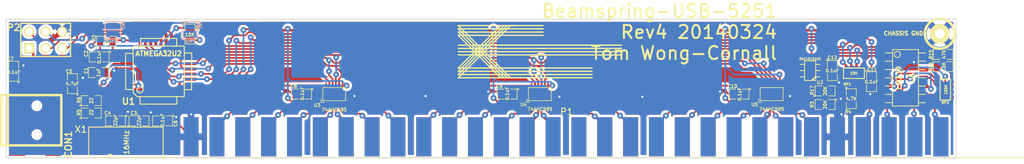
<source format=kicad_pcb>
(kicad_pcb (version 3) (host pcbnew "(2013-may-18)-stable")
  (layers (15 F.Cu signal) (0 B.Cu signal) (18 B.Paste user) (19 F.Paste user) (20 B.SilkS user) (21 F.SilkS user) (22 B.Mask user) (23 F.Mask user) (28 Edge.Cuts user))
  (net 0 "")
  (net 1 /SR_DS)
  (net 2 /SR_OE)
  (net 3 /SR_SHCP)
  (net 4 /SR_STCP)
  (net 5 GND)
  (net 6 N-000001)
  (net 7 N-0000010)
  (net 8 N-0000011)
  (net 9 N-0000012)
  (net 10 N-0000013)
  (net 11 N-0000014)
  (net 12 N-0000015)
  (net 13 N-0000016)
  (net 14 N-0000017)
  (net 15 N-0000018)
  (net 16 N-000002)
  (net 17 N-0000020)
  (net 18 N-0000021)
  (net 19 N-0000022)
  (net 20 N-0000024)
  (net 21 N-0000025)
  (net 22 N-0000026)
  (net 23 N-0000027)
  (net 24 N-0000028)
  (net 25 N-0000029)
  (net 26 N-000003)
  (net 27 N-0000030)
  (net 28 N-0000031)
  (net 29 N-0000032)
  (net 30 N-0000033)
  (net 31 N-0000034)
  (net 32 N-0000035)
  (net 33 N-0000036)
  (net 34 N-0000037)
  (net 35 N-0000038)
  (net 36 N-0000039)
  (net 37 N-000004)
  (net 38 N-0000040)
  (net 39 N-0000047)
  (net 40 N-0000049)
  (net 41 N-000005)
  (net 42 N-0000050)
  (net 43 N-0000051)
  (net 44 N-0000052)
  (net 45 N-0000053)
  (net 46 N-0000054)
  (net 47 N-0000055)
  (net 48 N-0000056)
  (net 49 N-0000057)
  (net 50 N-0000058)
  (net 51 N-0000059)
  (net 52 N-000006)
  (net 53 N-0000060)
  (net 54 N-0000061)
  (net 55 N-000007)
  (net 56 N-0000071)
  (net 57 N-000008)
  (net 58 N-000009)
  (net 59 VCC)
  (module USB_MINI_B (layer F.Cu) (at 149.6 153.5)
    (fp_text reference CON1 (at 5.7 3.7 90) (layer F.SilkS) (effects (font (size 1.016 1.016) (thickness 0.2032))))
    (fp_text value USB-MINI-B hide)
    (pad 1 smd rect (at 3.44932 -1.6002) (size 2.30124 0.50038) (layers F.Cu F.Paste F.Mask) (net 59 VCC))
    (pad 2 smd rect (at 3.44932 -0.8001) (size 2.30124 0.50038) (layers F.Cu F.Paste F.Mask) (net 57 N-000008))
    (pad 3 smd rect (at 3.44932 0) (size 2.30124 0.50038) (layers F.Cu F.Paste F.Mask) (net 9 N-0000012))
    (pad 4 smd rect (at 3.44932 0.8001) (size 2.30124 0.50038) (layers F.Cu F.Paste F.Mask))
    (pad 5 smd rect (at 3.44932 1.6002) (size 2.30124 0.50038) (layers F.Cu F.Paste F.Mask) (net 5 GND))
    (pad 6 smd rect (at 3.35026 -4.45008) (size 2.49936 1.99898) (layers F.Cu F.Paste F.Mask))
    (pad 7 smd rect (at -2.14884 -4.45008) (size 2.49936 1.99898) (layers F.Cu F.Paste F.Mask) (net 58 N-000009))
    (pad 8 smd rect (at 3.35026 4.45008) (size 2.49936 1.99898) (layers F.Cu F.Paste F.Mask))
    (pad 9 smd rect (at -2.14884 4.45008) (size 2.49936 1.99898) (layers F.Cu F.Paste F.Mask))
    (pad "" thru_hole circle (at 0.8509 -2.19964) (size 0.89916 0.89916) (drill 0.89916) (layers *.Cu *.Mask F.SilkS))
    (pad 2 thru_hole circle (at 0.8509 2.19964) (size 0.89916 0.89916) (drill 0.89916) (layers *.Cu *.Mask F.SilkS))
  )
  (module tsot-6 (layer F.Cu) (at 268.9 145.9 90)
    (fp_text reference U2 (at -1.8 1.5 180) (layer F.SilkS) (effects (font (size 0.50038 0.50038) (thickness 0.09906))))
    (fp_text value DAC101S101 (at 1.8 0 180) (layer F.SilkS) (effects (font (size 0.35 0.35) (thickness 0.0875))))
    (pad 1 smd rect (at -0.94996 1.30048 90) (size 0.69088 1.00076) (layers F.Cu F.Paste F.Mask) (net 41 N-000005))
    (pad 3 smd rect (at 0.94996 1.30048 90) (size 0.69088 1.00076) (layers F.Cu F.Paste F.Mask) (net 59 VCC))
    (pad 2 smd rect (at 0 1.30048 90) (size 0.69088 1.00076) (layers F.Cu F.Paste F.Mask) (net 5 GND))
    (pad 4 smd rect (at 0.94996 -1.30048 90) (size 0.69088 1.00076) (layers F.Cu F.Paste F.Mask) (net 16 N-000002))
    (pad 6 smd rect (at -0.94996 -1.30048 90) (size 0.69088 1.00076) (layers F.Cu F.Paste F.Mask) (net 26 N-000003))
    (pad 5 smd rect (at 0 -1.30048 90) (size 0.69088 1.00076) (layers F.Cu F.Paste F.Mask) (net 37 N-000004))
  )
  (module TQFP32 (layer F.Cu) (at 169.1 146 90)
    (fp_text reference U1 (at -4.6 -4.6 180) (layer F.SilkS) (effects (font (thickness 0.2032))))
    (fp_text value ATMEGA32U2 (at 2.7 0 180) (layer F.SilkS) (effects (font (size 0.75 0.75) (thickness 0.1875))))
    (pad 8 smd rect (at -4.81584 2.77622 90) (size 1.99898 0.44958) (layers F.Cu F.Paste F.Mask) (net 19 N-0000022))
    (pad 7 smd rect (at -4.81584 1.97612 90) (size 1.99898 0.44958) (layers F.Cu F.Paste F.Mask) (net 15 N-0000018))
    (pad 6 smd rect (at -4.81584 1.17602 90) (size 1.99898 0.44958) (layers F.Cu F.Paste F.Mask) (net 14 N-0000017))
    (pad 5 smd rect (at -4.81584 0.37592 90) (size 1.99898 0.44958) (layers F.Cu F.Paste F.Mask))
    (pad 4 smd rect (at -4.81584 -0.42418 90) (size 1.99898 0.44958) (layers F.Cu F.Paste F.Mask) (net 59 VCC))
    (pad 3 smd rect (at -4.81584 -1.22428 90) (size 1.99898 0.44958) (layers F.Cu F.Paste F.Mask) (net 5 GND))
    (pad 2 smd rect (at -4.81584 -2.02438 90) (size 1.99898 0.44958) (layers F.Cu F.Paste F.Mask) (net 56 N-0000071))
    (pad 1 smd rect (at -4.81584 -2.82448 90) (size 1.99898 0.44958) (layers F.Cu F.Paste F.Mask) (net 55 N-000007))
    (pad 24 smd rect (at 4.7498 -2.8194 90) (size 1.99898 0.44958) (layers F.Cu F.Paste F.Mask) (net 10 N-0000013))
    (pad 17 smd rect (at 4.7498 2.794 90) (size 1.99898 0.44958) (layers F.Cu F.Paste F.Mask))
    (pad 18 smd rect (at 4.7498 1.9812 90) (size 1.99898 0.44958) (layers F.Cu F.Paste F.Mask) (net 20 N-0000024))
    (pad 19 smd rect (at 4.7498 1.1684 90) (size 1.99898 0.44958) (layers F.Cu F.Paste F.Mask) (net 21 N-0000025))
    (pad 20 smd rect (at 4.7498 0.381 90) (size 1.99898 0.44958) (layers F.Cu F.Paste F.Mask) (net 22 N-0000026))
    (pad 21 smd rect (at 4.7498 -0.4318 90) (size 1.99898 0.44958) (layers F.Cu F.Paste F.Mask) (net 17 N-0000020))
    (pad 22 smd rect (at 4.7498 -1.2192 90) (size 1.99898 0.44958) (layers F.Cu F.Paste F.Mask) (net 4 /SR_STCP))
    (pad 23 smd rect (at 4.7498 -2.032 90) (size 1.99898 0.44958) (layers F.Cu F.Paste F.Mask) (net 2 /SR_OE))
    (pad 32 smd rect (at -2.82448 -4.826 90) (size 0.44958 1.99898) (layers F.Cu F.Paste F.Mask) (net 59 VCC))
    (pad 31 smd rect (at -2.02692 -4.826 90) (size 0.44958 1.99898) (layers F.Cu F.Paste F.Mask) (net 59 VCC))
    (pad 30 smd rect (at -1.22428 -4.826 90) (size 0.44958 1.99898) (layers F.Cu F.Paste F.Mask) (net 7 N-0000010))
    (pad 29 smd rect (at -0.42672 -4.826 90) (size 0.44958 1.99898) (layers F.Cu F.Paste F.Mask) (net 8 N-0000011))
    (pad 28 smd rect (at 0.37592 -4.826 90) (size 0.44958 1.99898) (layers F.Cu F.Paste F.Mask) (net 5 GND))
    (pad 27 smd rect (at 1.17348 -4.826 90) (size 0.44958 1.99898) (layers F.Cu F.Paste F.Mask) (net 11 N-0000014))
    (pad 26 smd rect (at 1.97612 -4.826 90) (size 0.44958 1.99898) (layers F.Cu F.Paste F.Mask) (net 1 /SR_DS))
    (pad 25 smd rect (at 2.77368 -4.826 90) (size 0.44958 1.99898) (layers F.Cu F.Paste F.Mask) (net 3 /SR_SHCP))
    (pad 9 smd rect (at -2.8194 4.7752 90) (size 0.44958 1.99898) (layers F.Cu F.Paste F.Mask) (net 18 N-0000021))
    (pad 10 smd rect (at -2.032 4.7752 90) (size 0.44958 1.99898) (layers F.Cu F.Paste F.Mask))
    (pad 11 smd rect (at -1.2192 4.7752 90) (size 0.44958 1.99898) (layers F.Cu F.Paste F.Mask))
    (pad 12 smd rect (at -0.4318 4.7752 90) (size 0.44958 1.99898) (layers F.Cu F.Paste F.Mask))
    (pad 13 smd rect (at 0.3556 4.7752 90) (size 0.44958 1.99898) (layers F.Cu F.Paste F.Mask) (net 12 N-0000015))
    (pad 14 smd rect (at 1.1684 4.7752 90) (size 0.44958 1.99898) (layers F.Cu F.Paste F.Mask) (net 26 N-000003))
    (pad 15 smd rect (at 1.9812 4.7752 90) (size 0.44958 1.99898) (layers F.Cu F.Paste F.Mask) (net 37 N-000004))
    (pad 16 smd rect (at 2.794 4.7752 90) (size 0.44958 1.99898) (layers F.Cu F.Paste F.Mask) (net 16 N-000002))
  )
  (module TEST_BRIDGE_SM (layer B.Cu) (at 162.1 139.7 90)
    (fp_text reference SW2 (at 0.8 1.6 90) (layer B.SilkS) (effects (font (size 0.4 0.4) (thickness 0.1)) (justify mirror)))
    (fp_text value RESET (at -1.7 0 180) (layer B.SilkS) (effects (font (size 0.4 0.4) (thickness 0.1)) (justify mirror)))
    (pad 1 smd rect (at -0.6 0 90) (size 1 2) (layers B.Cu B.Paste B.Mask) (net 10 N-0000013))
    (pad 2 smd rect (at 0.6 0 90) (size 1 2) (layers B.Cu B.Paste B.Mask) (net 5 GND))
  )
  (module TEST_BRIDGE_SM (layer B.Cu) (at 173.9 139.7 270)
    (fp_text reference SW1 (at -0.8 -1.6 270) (layer B.SilkS) (effects (font (size 0.4 0.4) (thickness 0.1)) (justify mirror)))
    (fp_text value PROG (at 1.7 0 360) (layer B.SilkS) (effects (font (size 0.4 0.4) (thickness 0.1)) (justify mirror)))
    (pad 1 smd rect (at -0.6 0 270) (size 1 2) (layers B.Cu B.Paste B.Mask) (net 5 GND))
    (pad 2 smd rect (at 0.6 0 270) (size 1 2) (layers B.Cu B.Paste B.Mask) (net 12 N-0000015))
  )
  (module so-14 (layer F.Cu) (at 283.5 147 270)
    (fp_text reference U6 (at 0 -1.016 270) (layer F.SilkS) (effects (font (size 0.7493 0.7493) (thickness 0.14986))))
    (fp_text value LM339 (at 0 1.016 270) (layer F.SilkS) (effects (font (size 0.7493 0.7493) (thickness 0.14986))))
    (pad 1 smd rect (at -3.81 2.794 270) (size 0.635 1.27) (layers F.Cu F.Paste F.Mask) (net 15 N-0000018))
    (pad 2 smd rect (at -2.54 2.794 270) (size 0.635 1.27) (layers F.Cu F.Paste F.Mask) (net 14 N-0000017))
    (pad 3 smd rect (at -1.27 2.794 270) (size 0.635 1.27) (layers F.Cu F.Paste F.Mask) (net 59 VCC))
    (pad 4 smd rect (at 0 2.794 270) (size 0.635 1.27) (layers F.Cu F.Paste F.Mask) (net 13 N-0000016))
    (pad 5 smd rect (at 1.27 2.794 270) (size 0.635 1.27) (layers F.Cu F.Paste F.Mask) (net 42 N-0000050))
    (pad 6 smd rect (at 2.54 2.794 270) (size 0.635 1.27) (layers F.Cu F.Paste F.Mask) (net 13 N-0000016))
    (pad 7 smd rect (at 3.81 2.794 270) (size 0.635 1.27) (layers F.Cu F.Paste F.Mask) (net 43 N-0000051))
    (pad 8 smd rect (at 3.81 -2.794 270) (size 0.635 1.27) (layers F.Cu F.Paste F.Mask) (net 13 N-0000016))
    (pad 9 smd rect (at 2.54 -2.794 270) (size 0.635 1.27) (layers F.Cu F.Paste F.Mask) (net 35 N-0000038))
    (pad 10 smd rect (at 1.27 -2.794 270) (size 0.635 1.27) (layers F.Cu F.Paste F.Mask) (net 13 N-0000016))
    (pad 11 smd rect (at 0 -2.794 270) (size 0.635 1.27) (layers F.Cu F.Paste F.Mask) (net 45 N-0000053))
    (pad 12 smd rect (at -1.27 -2.794 270) (size 0.635 1.27) (layers F.Cu F.Paste F.Mask) (net 5 GND))
    (pad 13 smd rect (at -2.54 -2.794 270) (size 0.635 1.27) (layers F.Cu F.Paste F.Mask) (net 19 N-0000022))
    (pad 14 smd rect (at -3.81 -2.794 270) (size 0.635 1.27) (layers F.Cu F.Paste F.Mask) (net 18 N-0000021))
  )
  (module SM0805 (layer F.Cu) (at 166.1 153.6)
    (fp_text reference C3 (at -0.8 -1.2) (layer F.SilkS) (effects (font (size 0.50038 0.50038) (thickness 0.10922))))
    (fp_text value 22pF (at 0 -0.1 90) (layer F.SilkS) (effects (font (size 0.50038 0.50038) (thickness 0.10922))))
    (pad 1 smd rect (at -0.9525 0) (size 0.889 1.397) (layers F.Cu F.Paste F.Mask) (net 5 GND))
    (pad 2 smd rect (at 0.9525 0) (size 0.889 1.397) (layers F.Cu F.Paste F.Mask) (net 56 N-0000071))
  )
  (module SM0805 (layer F.Cu) (at 258 149.5 180)
    (fp_text reference C10 (at 1 1.2 180) (layer F.SilkS) (effects (font (size 0.50038 0.50038) (thickness 0.10922))))
    (fp_text value 0.1uF (at -0.1 0 270) (layer F.SilkS) (effects (font (size 0.50038 0.50038) (thickness 0.10922))))
    (pad 1 smd rect (at -0.9525 0 180) (size 0.889 1.397) (layers F.Cu F.Paste F.Mask) (net 59 VCC))
    (pad 2 smd rect (at 0.9525 0 180) (size 0.889 1.397) (layers F.Cu F.Paste F.Mask) (net 5 GND))
  )
  (module SM0805 (layer F.Cu) (at 222.5 149.5 180)
    (fp_text reference C9 (at 1.2 1.2 180) (layer F.SilkS) (effects (font (size 0.50038 0.50038) (thickness 0.10922))))
    (fp_text value 0.1uF (at 0 0.1 270) (layer F.SilkS) (effects (font (size 0.50038 0.50038) (thickness 0.10922))))
    (pad 1 smd rect (at -0.9525 0 180) (size 0.889 1.397) (layers F.Cu F.Paste F.Mask) (net 59 VCC))
    (pad 2 smd rect (at 0.9525 0 180) (size 0.889 1.397) (layers F.Cu F.Paste F.Mask) (net 5 GND))
  )
  (module SM0805 (layer F.Cu) (at 191 149.5 180)
    (fp_text reference C8 (at 1.2 1.2 180) (layer F.SilkS) (effects (font (size 0.50038 0.50038) (thickness 0.10922))))
    (fp_text value 0.1uF (at -0.1 0.1 270) (layer F.SilkS) (effects (font (size 0.50038 0.50038) (thickness 0.10922))))
    (pad 1 smd rect (at -0.9525 0 180) (size 0.889 1.397) (layers F.Cu F.Paste F.Mask) (net 59 VCC))
    (pad 2 smd rect (at 0.9525 0 180) (size 0.889 1.397) (layers F.Cu F.Paste F.Mask) (net 5 GND))
  )
  (module SM0805 (layer F.Cu) (at 275.2 150.2 270)
    (fp_text reference R4 (at 2 0.5 360) (layer F.SilkS) (effects (font (size 0.50038 0.50038) (thickness 0.10922))))
    (fp_text value 4.7K (at 0 0 360) (layer F.SilkS) (effects (font (size 0.50038 0.50038) (thickness 0.10922))))
    (pad 1 smd rect (at -0.9525 0 270) (size 0.889 1.397) (layers F.Cu F.Paste F.Mask) (net 13 N-0000016))
    (pad 2 smd rect (at 0.9525 0 270) (size 0.889 1.397) (layers F.Cu F.Paste F.Mask) (net 5 GND))
  )
  (module SM0805 (layer F.Cu) (at 271.2 151.1 180)
    (fp_text reference R3 (at 2 0 270) (layer F.SilkS) (effects (font (size 0.50038 0.50038) (thickness 0.10922))))
    (fp_text value 20K (at 0 0 270) (layer F.SilkS) (effects (font (size 0.50038 0.50038) (thickness 0.10922))))
    (pad 1 smd rect (at -0.9525 0 180) (size 0.889 1.397) (layers F.Cu F.Paste F.Mask) (net 13 N-0000016))
    (pad 2 smd rect (at 0.9525 0 180) (size 0.889 1.397) (layers F.Cu F.Paste F.Mask) (net 59 VCC))
  )
  (module SM0805 (layer F.Cu) (at 271.2 149)
    (fp_text reference R17 (at -2 -0.1 90) (layer F.SilkS) (effects (font (size 0.50038 0.50038) (thickness 0.10922))))
    (fp_text value 20K (at 0 0 90) (layer F.SilkS) (effects (font (size 0.50038 0.50038) (thickness 0.10922))))
    (pad 1 smd rect (at -0.9525 0) (size 0.889 1.397) (layers F.Cu F.Paste F.Mask) (net 41 N-000005))
    (pad 2 smd rect (at 0.9525 0) (size 0.889 1.397) (layers F.Cu F.Paste F.Mask) (net 13 N-0000016))
  )
  (module SM0805 (layer F.Cu) (at 173.9 140.3 270)
    (fp_text reference R1 (at -1 -1.2 270) (layer F.SilkS) (effects (font (size 0.50038 0.50038) (thickness 0.10922))))
    (fp_text value 10K (at 0.1 0 360) (layer F.SilkS) (effects (font (size 0.50038 0.50038) (thickness 0.10922))))
    (pad 1 smd rect (at -0.9525 0 270) (size 0.889 1.397) (layers F.Cu F.Paste F.Mask) (net 59 VCC))
    (pad 2 smd rect (at 0.9525 0 270) (size 0.889 1.397) (layers F.Cu F.Paste F.Mask) (net 12 N-0000015))
  )
  (module SM0805 (layer F.Cu) (at 162.5 153.6 180)
    (fp_text reference C4 (at 1.2 1.2 180) (layer F.SilkS) (effects (font (size 0.50038 0.50038) (thickness 0.10922))))
    (fp_text value 22pF (at 0 0.1 270) (layer F.SilkS) (effects (font (size 0.50038 0.50038) (thickness 0.10922))))
    (pad 1 smd rect (at -0.9525 0 180) (size 0.889 1.397) (layers F.Cu F.Paste F.Mask) (net 5 GND))
    (pad 2 smd rect (at 0.9525 0 180) (size 0.889 1.397) (layers F.Cu F.Paste F.Mask) (net 55 N-000007))
  )
  (module SM0805 (layer F.Cu) (at 159.9 146.2 180)
    (fp_text reference C1 (at 1.9 0.3 270) (layer F.SilkS) (effects (font (size 0.50038 0.50038) (thickness 0.10922))))
    (fp_text value 1uF (at 0 0 270) (layer F.SilkS) (effects (font (size 0.50038 0.50038) (thickness 0.10922))))
    (pad 1 smd rect (at -0.9525 0 180) (size 0.889 1.397) (layers F.Cu F.Paste F.Mask) (net 11 N-0000014))
    (pad 2 smd rect (at 0.9525 0 180) (size 0.889 1.397) (layers F.Cu F.Paste F.Mask) (net 5 GND))
  )
  (module SM0805 (layer F.Cu) (at 278.3 147.6 270)
    (fp_text reference C11 (at -1.9 -0.1 360) (layer F.SilkS) (effects (font (size 0.50038 0.50038) (thickness 0.10922))))
    (fp_text value 0.1uF (at 0 0 360) (layer F.SilkS) (effects (font (size 0.50038 0.50038) (thickness 0.10922))))
    (pad 1 smd rect (at -0.9525 0 270) (size 0.889 1.397) (layers F.Cu F.Paste F.Mask) (net 59 VCC))
    (pad 2 smd rect (at 0.9525 0 270) (size 0.889 1.397) (layers F.Cu F.Paste F.Mask) (net 5 GND))
  )
  (module SM0805 (layer F.Cu) (at 289.3 145.3 180)
    (fp_text reference R16 (at 1.9 0 270) (layer F.SilkS) (effects (font (size 0.50038 0.50038) (thickness 0.10922))))
    (fp_text value 10K (at -0.1 0 270) (layer F.SilkS) (effects (font (size 0.50038 0.50038) (thickness 0.10922))))
    (pad 1 smd rect (at -0.9525 0 180) (size 0.889 1.397) (layers F.Cu F.Paste F.Mask) (net 6 N-000001))
    (pad 2 smd rect (at 0.9525 0 180) (size 0.889 1.397) (layers F.Cu F.Paste F.Mask) (net 5 GND))
  )
  (module SM0805 (layer F.Cu) (at 289.3 143.4)
    (fp_text reference R15 (at -1.9 0 90) (layer F.SilkS) (effects (font (size 0.50038 0.50038) (thickness 0.10922))))
    (fp_text value 47K (at 0.1 0 90) (layer F.SilkS) (effects (font (size 0.50038 0.50038) (thickness 0.10922))))
    (pad 1 smd rect (at -0.9525 0) (size 0.889 1.397) (layers F.Cu F.Paste F.Mask) (net 59 VCC))
    (pad 2 smd rect (at 0.9525 0) (size 0.889 1.397) (layers F.Cu F.Paste F.Mask) (net 6 N-000001))
  )
  (module SM0805 (layer F.Cu) (at 169.7 153.6 180)
    (fp_text reference C6 (at -2 -0.4 270) (layer F.SilkS) (effects (font (size 0.50038 0.50038) (thickness 0.10922))))
    (fp_text value 0.1uF (at 0 0.1 270) (layer F.SilkS) (effects (font (size 0.50038 0.50038) (thickness 0.10922))))
    (pad 1 smd rect (at -0.9525 0 180) (size 0.889 1.397) (layers F.Cu F.Paste F.Mask) (net 5 GND))
    (pad 2 smd rect (at 0.9525 0 180) (size 0.889 1.397) (layers F.Cu F.Paste F.Mask) (net 59 VCC))
  )
  (module SM0805 (layer F.Cu) (at 155.9 147.9 90)
    (fp_text reference C5 (at 1.9 -0.5 180) (layer F.SilkS) (effects (font (size 0.50038 0.50038) (thickness 0.10922))))
    (fp_text value 4.7uF (at 0 0 180) (layer F.SilkS) (effects (font (size 0.50038 0.50038) (thickness 0.10922))))
    (pad 1 smd rect (at -0.9525 0 90) (size 0.889 1.397) (layers F.Cu F.Paste F.Mask) (net 59 VCC))
    (pad 2 smd rect (at 0.9525 0 90) (size 0.889 1.397) (layers F.Cu F.Paste F.Mask) (net 5 GND))
  )
  (module SM0805 (layer F.Cu) (at 158.8 150.5)
    (fp_text reference R6 (at -1.9 -0.1 90) (layer F.SilkS) (effects (font (size 0.50038 0.50038) (thickness 0.10922))))
    (fp_text value 22 (at 0 0 90) (layer F.SilkS) (effects (font (size 0.50038 0.50038) (thickness 0.10922))))
    (pad 1 smd rect (at -0.9525 0) (size 0.889 1.397) (layers F.Cu F.Paste F.Mask) (net 9 N-0000012))
    (pad 2 smd rect (at 0.9525 0) (size 0.889 1.397) (layers F.Cu F.Paste F.Mask) (net 8 N-0000011))
  )
  (module SM0805 (layer F.Cu) (at 161.1 141.4)
    (fp_text reference R2 (at -1.9 -0.5 90) (layer F.SilkS) (effects (font (size 0.50038 0.50038) (thickness 0.10922))))
    (fp_text value 10K (at 0 0.1 90) (layer F.SilkS) (effects (font (size 0.50038 0.50038) (thickness 0.10922))))
    (pad 1 smd rect (at -0.9525 0) (size 0.889 1.397) (layers F.Cu F.Paste F.Mask) (net 59 VCC))
    (pad 2 smd rect (at 0.9525 0) (size 0.889 1.397) (layers F.Cu F.Paste F.Mask) (net 10 N-0000013))
  )
  (module SM0805 (layer F.Cu) (at 158.8 152.4)
    (fp_text reference R5 (at -1.9 -0.1 90) (layer F.SilkS) (effects (font (size 0.50038 0.50038) (thickness 0.10922))))
    (fp_text value 22 (at 0 -0.1 90) (layer F.SilkS) (effects (font (size 0.50038 0.50038) (thickness 0.10922))))
    (pad 1 smd rect (at -0.9525 0) (size 0.889 1.397) (layers F.Cu F.Paste F.Mask) (net 57 N-000008))
    (pad 2 smd rect (at 0.9525 0) (size 0.889 1.397) (layers F.Cu F.Paste F.Mask) (net 7 N-0000010))
  )
  (module SM0805 (layer F.Cu) (at 146.9 146 90)
    (fp_text reference C7 (at 1.9 -0.5 180) (layer F.SilkS) (effects (font (size 0.50038 0.50038) (thickness 0.10922))))
    (fp_text value 0.1uF (at -0.1 0 180) (layer F.SilkS) (effects (font (size 0.50038 0.50038) (thickness 0.10922))))
    (pad 1 smd rect (at -0.9525 0 90) (size 0.889 1.397) (layers F.Cu F.Paste F.Mask) (net 58 N-000009))
    (pad 2 smd rect (at 0.9525 0 90) (size 0.889 1.397) (layers F.Cu F.Paste F.Mask) (net 5 GND))
  )
  (module SM0805 (layer F.Cu) (at 160 143.8 180)
    (fp_text reference C2 (at 2 0.5 270) (layer F.SilkS) (effects (font (size 0.50038 0.50038) (thickness 0.10922))))
    (fp_text value 0.1uF (at 0 0 270) (layer F.SilkS) (effects (font (size 0.50038 0.50038) (thickness 0.10922))))
    (pad 1 smd rect (at -0.9525 0 180) (size 0.889 1.397) (layers F.Cu F.Paste F.Mask) (net 10 N-0000013))
    (pad 2 smd rect (at 0.9525 0 180) (size 0.889 1.397) (layers F.Cu F.Paste F.Mask) (net 5 GND))
  )
  (module RPACK_1206 (layer F.Cu) (at 289.6 148.8 90)
    (fp_text reference RP2 (at -2 0 180) (layer F.SilkS) (effects (font (size 0.4 0.4) (thickness 0.1))))
    (fp_text value 100K (at 0 0.1 90) (layer F.SilkS) (effects (font (size 0.4 0.4) (thickness 0.1))))
    (pad 1 smd rect (at -1.2 0.85 90) (size 0.425 0.9) (layers F.Cu F.Paste F.Mask) (net 6 N-000001) (clearance 0.1))
    (pad 2 smd rect (at -0.4 0.85 90) (size 0.425 0.9) (layers F.Cu F.Paste F.Mask) (net 6 N-000001) (clearance 0.1))
    (pad 3 smd rect (at 0.4 0.85 90) (size 0.425 0.9) (layers F.Cu F.Paste F.Mask) (net 6 N-000001) (clearance 0.1))
    (pad 4 smd rect (at 1.2 0.85 90) (size 0.425 0.9) (layers F.Cu F.Paste F.Mask) (net 6 N-000001) (clearance 0.1))
    (pad 5 smd rect (at 1.2 -0.85 90) (size 0.425 0.9) (layers F.Cu F.Paste F.Mask) (net 42 N-0000050) (clearance 0.1))
    (pad 6 smd rect (at 0.4 -0.85 90) (size 0.425 0.9) (layers F.Cu F.Paste F.Mask) (net 45 N-0000053) (clearance 0.1))
    (pad 7 smd rect (at -0.4 -0.85 90) (size 0.425 0.9) (layers F.Cu F.Paste F.Mask) (net 43 N-0000051) (clearance 0.1))
    (pad 8 smd rect (at -1.2 -0.85 90) (size 0.425 0.9) (layers F.Cu F.Paste F.Mask) (net 35 N-0000038) (clearance 0.1))
  )
  (module RPACK_1206 (layer F.Cu) (at 275.6 146.3 180)
    (fp_text reference RP1 (at 1 -1.7 180) (layer F.SilkS) (effects (font (size 0.4 0.4) (thickness 0.1))))
    (fp_text value 10K (at 0 0 180) (layer F.SilkS) (effects (font (size 0.4 0.4) (thickness 0.1))))
    (pad 1 smd rect (at -1.2 0.85 180) (size 0.425 0.9) (layers F.Cu F.Paste F.Mask) (net 14 N-0000017) (clearance 0.1))
    (pad 2 smd rect (at -0.4 0.85 180) (size 0.425 0.9) (layers F.Cu F.Paste F.Mask) (net 15 N-0000018) (clearance 0.1))
    (pad 3 smd rect (at 0.4 0.85 180) (size 0.425 0.9) (layers F.Cu F.Paste F.Mask) (net 18 N-0000021) (clearance 0.1))
    (pad 4 smd rect (at 1.2 0.85 180) (size 0.425 0.9) (layers F.Cu F.Paste F.Mask) (net 19 N-0000022) (clearance 0.1))
    (pad 5 smd rect (at 1.2 -0.85 180) (size 0.425 0.9) (layers F.Cu F.Paste F.Mask) (net 59 VCC) (clearance 0.1))
    (pad 6 smd rect (at 0.4 -0.85 180) (size 0.425 0.9) (layers F.Cu F.Paste F.Mask) (net 59 VCC) (clearance 0.1))
    (pad 7 smd rect (at -0.4 -0.85 180) (size 0.425 0.9) (layers F.Cu F.Paste F.Mask) (net 59 VCC) (clearance 0.1))
    (pad 8 smd rect (at -1.2 -0.85 180) (size 0.425 0.9) (layers F.Cu F.Paste F.Mask) (net 59 VCC) (clearance 0.1))
  )
  (module HC49US (layer F.Cu) (at 164.1 156.9 180)
    (fp_text reference X1 (at 6.9 2 180) (layer F.SilkS))
    (fp_text value 16MHz (at -0.1 0 270) (layer F.SilkS) (effects (font (size 0.75 0.75))))
    (pad 1 smd rect (at -4.75 0 180) (size 5.6 2.1) (layers F.Cu F.Paste F.Mask) (net 56 N-0000071))
    (pad 2 smd rect (at 4.75 0 180) (size 5.6 2.1) (layers F.Cu F.Paste F.Mask) (net 55 N-000007))
  )
  (module DHVQFN16 (layer F.Cu) (at 196 149.5)
    (fp_text reference U3 (at -2.6 1.7) (layer F.SilkS) (effects (font (size 0.5 0.5) (thickness 0.1))))
    (fp_text value 74AHC595 (at 0 2.4) (layer F.SilkS) (effects (font (size 0.5 0.5) (thickness 0.1))))
    (pad "" smd rect (at 0 0) (size 1.9 0.9) (layers F.Cu F.Paste F.Mask))
    (pad 1 smd rect (at -1.8 0.25 90) (size 0.24 0.9) (layers F.Cu F.Paste F.Mask) (net 27 N-0000030) (clearance 0.125))
    (pad 2 smd rect (at -1.25 1.3) (size 0.24 0.9) (layers F.Cu F.Paste F.Mask) (net 28 N-0000031) (clearance 0.125))
    (pad 3 smd rect (at -0.75 1.3) (size 0.24 0.9) (layers F.Cu F.Paste F.Mask) (net 29 N-0000032) (clearance 0.125))
    (pad 4 smd rect (at -0.25 1.3) (size 0.24 0.9) (layers F.Cu F.Paste F.Mask) (net 30 N-0000033) (clearance 0.125))
    (pad 5 smd rect (at 0.25 1.3) (size 0.24 0.9) (layers F.Cu F.Paste F.Mask) (net 24 N-0000028) (clearance 0.125))
    (pad 6 smd rect (at 0.75 1.3) (size 0.24 0.9) (layers F.Cu F.Paste F.Mask) (net 31 N-0000034) (clearance 0.125))
    (pad 7 smd rect (at 1.25 1.3) (size 0.24 0.9) (layers F.Cu F.Paste F.Mask) (net 32 N-0000035) (clearance 0.125))
    (pad 8 smd rect (at 1.8 0.25 270) (size 0.24 0.9) (layers F.Cu F.Paste F.Mask) (net 5 GND) (clearance 0.125))
    (pad 9 smd rect (at 1.8 -0.25 270) (size 0.24 0.9) (layers F.Cu F.Paste F.Mask) (net 23 N-0000027) (clearance 0.125))
    (pad 10 smd rect (at 1.25 -1.3) (size 0.24 0.9) (layers F.Cu F.Paste F.Mask) (net 59 VCC) (clearance 0.125))
    (pad 11 smd rect (at 0.75 -1.3) (size 0.24 0.9) (layers F.Cu F.Paste F.Mask) (net 3 /SR_SHCP) (clearance 0.125))
    (pad 12 smd rect (at 0.25 -1.3) (size 0.24 0.9) (layers F.Cu F.Paste F.Mask) (net 4 /SR_STCP) (clearance 0.125))
    (pad 13 smd rect (at -0.25 -1.3) (size 0.24 0.9) (layers F.Cu F.Paste F.Mask) (net 2 /SR_OE) (clearance 0.125))
    (pad 14 smd rect (at -0.75 -1.3) (size 0.24 0.9) (layers F.Cu F.Paste F.Mask) (net 1 /SR_DS) (clearance 0.125))
    (pad 15 smd rect (at -1.25 -1.3) (size 0.24 0.9) (layers F.Cu F.Paste F.Mask) (net 25 N-0000029) (clearance 0.125))
    (pad 16 smd rect (at -1.8 -0.25 90) (size 0.24 0.9) (layers F.Cu F.Paste F.Mask) (net 59 VCC) (clearance 0.125))
  )
  (module DHVQFN16 (layer F.Cu) (at 263 149.5)
    (fp_text reference U5 (at -2.6 1.6) (layer F.SilkS) (effects (font (size 0.5 0.5) (thickness 0.1))))
    (fp_text value 74AHC595 (at 0 2.3) (layer F.SilkS) (effects (font (size 0.5 0.5) (thickness 0.1))))
    (pad "" smd rect (at 0 0) (size 1.9 0.9) (layers F.Cu F.Paste F.Mask))
    (pad 1 smd rect (at -1.8 0.25 90) (size 0.24 0.9) (layers F.Cu F.Paste F.Mask) (net 34 N-0000037) (clearance 0.125))
    (pad 2 smd rect (at -1.25 1.3) (size 0.24 0.9) (layers F.Cu F.Paste F.Mask) (net 38 N-0000040) (clearance 0.125))
    (pad 3 smd rect (at -0.75 1.3) (size 0.24 0.9) (layers F.Cu F.Paste F.Mask) (net 47 N-0000055) (clearance 0.125))
    (pad 4 smd rect (at -0.25 1.3) (size 0.24 0.9) (layers F.Cu F.Paste F.Mask) (net 49 N-0000057) (clearance 0.125))
    (pad 5 smd rect (at 0.25 1.3) (size 0.24 0.9) (layers F.Cu F.Paste F.Mask) (net 51 N-0000059) (clearance 0.125))
    (pad 6 smd rect (at 0.75 1.3) (size 0.24 0.9) (layers F.Cu F.Paste F.Mask) (net 54 N-0000061) (clearance 0.125))
    (pad 7 smd rect (at 1.25 1.3) (size 0.24 0.9) (layers F.Cu F.Paste F.Mask) (clearance 0.125))
    (pad 8 smd rect (at 1.8 0.25 270) (size 0.24 0.9) (layers F.Cu F.Paste F.Mask) (net 5 GND) (clearance 0.125))
    (pad 9 smd rect (at 1.8 -0.25 270) (size 0.24 0.9) (layers F.Cu F.Paste F.Mask) (clearance 0.125))
    (pad 10 smd rect (at 1.25 -1.3) (size 0.24 0.9) (layers F.Cu F.Paste F.Mask) (net 59 VCC) (clearance 0.125))
    (pad 11 smd rect (at 0.75 -1.3) (size 0.24 0.9) (layers F.Cu F.Paste F.Mask) (net 3 /SR_SHCP) (clearance 0.125))
    (pad 12 smd rect (at 0.25 -1.3) (size 0.24 0.9) (layers F.Cu F.Paste F.Mask) (net 4 /SR_STCP) (clearance 0.125))
    (pad 13 smd rect (at -0.25 -1.3) (size 0.24 0.9) (layers F.Cu F.Paste F.Mask) (net 2 /SR_OE) (clearance 0.125))
    (pad 14 smd rect (at -0.75 -1.3) (size 0.24 0.9) (layers F.Cu F.Paste F.Mask) (net 52 N-000006) (clearance 0.125))
    (pad 15 smd rect (at -1.25 -1.3) (size 0.24 0.9) (layers F.Cu F.Paste F.Mask) (net 44 N-0000052) (clearance 0.125))
    (pad 16 smd rect (at -1.8 -0.25 90) (size 0.24 0.9) (layers F.Cu F.Paste F.Mask) (net 59 VCC) (clearance 0.125))
  )
  (module DHVQFN16 (layer F.Cu) (at 227.5 149.5)
    (fp_text reference U4 (at -2.5 1.6) (layer F.SilkS) (effects (font (size 0.5 0.5) (thickness 0.1))))
    (fp_text value 74AHC595 (at 0 2.3) (layer F.SilkS) (effects (font (size 0.5 0.5) (thickness 0.1))))
    (pad "" smd rect (at 0 0) (size 1.9 0.9) (layers F.Cu F.Paste F.Mask))
    (pad 1 smd rect (at -1.8 0.25 90) (size 0.24 0.9) (layers F.Cu F.Paste F.Mask) (net 36 N-0000039) (clearance 0.125))
    (pad 2 smd rect (at -1.25 1.3) (size 0.24 0.9) (layers F.Cu F.Paste F.Mask) (net 46 N-0000054) (clearance 0.125))
    (pad 3 smd rect (at -0.75 1.3) (size 0.24 0.9) (layers F.Cu F.Paste F.Mask) (net 48 N-0000056) (clearance 0.125))
    (pad 4 smd rect (at -0.25 1.3) (size 0.24 0.9) (layers F.Cu F.Paste F.Mask) (net 50 N-0000058) (clearance 0.125))
    (pad 5 smd rect (at 0.25 1.3) (size 0.24 0.9) (layers F.Cu F.Paste F.Mask) (net 53 N-0000060) (clearance 0.125))
    (pad 6 smd rect (at 0.75 1.3) (size 0.24 0.9) (layers F.Cu F.Paste F.Mask) (net 40 N-0000049) (clearance 0.125))
    (pad 7 smd rect (at 1.25 1.3) (size 0.24 0.9) (layers F.Cu F.Paste F.Mask) (net 39 N-0000047) (clearance 0.125))
    (pad 8 smd rect (at 1.8 0.25 270) (size 0.24 0.9) (layers F.Cu F.Paste F.Mask) (net 5 GND) (clearance 0.125))
    (pad 9 smd rect (at 1.8 -0.25 270) (size 0.24 0.9) (layers F.Cu F.Paste F.Mask) (net 52 N-000006) (clearance 0.125))
    (pad 10 smd rect (at 1.25 -1.3) (size 0.24 0.9) (layers F.Cu F.Paste F.Mask) (net 59 VCC) (clearance 0.125))
    (pad 11 smd rect (at 0.75 -1.3) (size 0.24 0.9) (layers F.Cu F.Paste F.Mask) (net 3 /SR_SHCP) (clearance 0.125))
    (pad 12 smd rect (at 0.25 -1.3) (size 0.24 0.9) (layers F.Cu F.Paste F.Mask) (net 4 /SR_STCP) (clearance 0.125))
    (pad 13 smd rect (at -0.25 -1.3) (size 0.24 0.9) (layers F.Cu F.Paste F.Mask) (net 2 /SR_OE) (clearance 0.125))
    (pad 14 smd rect (at -0.75 -1.3) (size 0.24 0.9) (layers F.Cu F.Paste F.Mask) (net 23 N-0000027) (clearance 0.125))
    (pad 15 smd rect (at -1.25 -1.3) (size 0.24 0.9) (layers F.Cu F.Paste F.Mask) (net 33 N-0000036) (clearance 0.125))
    (pad 16 smd rect (at -1.8 -0.25 90) (size 0.24 0.9) (layers F.Cu F.Paste F.Mask) (net 59 VCC) (clearance 0.125))
  )
  (module 805_396_30x2_SM (layer F.Cu) (at 231.5 160)
    (fp_text reference P1 (at 0.1 -7.8) (layer F.SilkS))
    (fp_text value EDGE_30X2 hide)
    (pad 1 smd rect (at -57.42 -3.96) (size 2.3 6) (layers F.Cu F.Paste F.Mask) (net 5 GND))
    (pad 2 smd rect (at -53.46 -3.96) (size 2.3 6) (layers F.Cu F.Paste F.Mask) (net 25 N-0000029))
    (pad 3 smd rect (at -49.5 -3.96) (size 2.3 6) (layers F.Cu F.Paste F.Mask) (net 27 N-0000030))
    (pad 4 smd rect (at -45.54 -3.96) (size 2.3 6) (layers F.Cu F.Paste F.Mask) (net 28 N-0000031))
    (pad 5 smd rect (at -41.58 -3.96) (size 2.3 6) (layers F.Cu F.Paste F.Mask) (net 29 N-0000032))
    (pad 6 smd rect (at -37.62 -3.96) (size 2.3 6) (layers F.Cu F.Paste F.Mask) (net 30 N-0000033))
    (pad 7 smd rect (at -33.66 -3.96) (size 2.3 6) (layers F.Cu F.Paste F.Mask) (net 24 N-0000028))
    (pad 8 smd rect (at -29.7 -3.96) (size 2.3 6) (layers F.Cu F.Paste F.Mask) (net 31 N-0000034))
    (pad 9 smd rect (at -25.74 -3.96) (size 2.3 6) (layers F.Cu F.Paste F.Mask) (net 32 N-0000035))
    (pad 10 smd rect (at -21.78 -3.96) (size 2.3 6) (layers F.Cu F.Paste F.Mask) (net 33 N-0000036))
    (pad 11 smd rect (at -17.82 -3.96) (size 2.3 6) (layers F.Cu F.Paste F.Mask) (net 36 N-0000039))
    (pad 12 smd rect (at -13.86 -3.96) (size 2.3 6) (layers F.Cu F.Paste F.Mask) (net 46 N-0000054))
    (pad 13 smd rect (at -9.9 -3.96) (size 2.3 6) (layers F.Cu F.Paste F.Mask) (net 48 N-0000056))
    (pad 14 smd rect (at -5.94 -3.96) (size 2.3 6) (layers F.Cu F.Paste F.Mask) (net 50 N-0000058))
    (pad 15 smd rect (at -1.98 -3.96) (size 2.3 6) (layers F.Cu F.Paste F.Mask) (net 53 N-0000060))
    (pad 16 smd rect (at 1.98 -3.96) (size 2.3 6) (layers F.Cu F.Paste F.Mask))
    (pad 17 smd rect (at 5.94 -3.96) (size 2.3 6) (layers F.Cu F.Paste F.Mask) (net 40 N-0000049))
    (pad 18 smd rect (at 9.9 -3.96) (size 2.3 6) (layers F.Cu F.Paste F.Mask) (net 39 N-0000047))
    (pad 19 smd rect (at 13.86 -3.96) (size 2.3 6) (layers F.Cu F.Paste F.Mask) (net 44 N-0000052))
    (pad 20 smd rect (at 17.82 -3.96) (size 2.3 6) (layers F.Cu F.Paste F.Mask) (net 34 N-0000037))
    (pad 21 smd rect (at 21.78 -3.96) (size 2.3 6) (layers F.Cu F.Paste F.Mask) (net 38 N-0000040))
    (pad 22 smd rect (at 25.74 -3.96) (size 2.3 6) (layers F.Cu F.Paste F.Mask) (net 47 N-0000055))
    (pad 23 smd rect (at 29.7 -3.96) (size 2.3 6) (layers F.Cu F.Paste F.Mask) (net 49 N-0000057))
    (pad 24 smd rect (at 33.66 -3.96) (size 2.3 6) (layers F.Cu F.Paste F.Mask) (net 51 N-0000059))
    (pad 25 smd rect (at 37.62 -3.96) (size 2.3 6) (layers F.Cu F.Paste F.Mask) (net 54 N-0000061))
    (pad 26 smd rect (at 41.58 -3.96) (size 2.3 6) (layers F.Cu F.Paste F.Mask) (net 5 GND))
    (pad 27 smd rect (at 45.54 -3.96) (size 2.3 6) (layers F.Cu F.Paste F.Mask) (net 42 N-0000050))
    (pad 28 smd rect (at 49.5 -3.96) (size 2.3 6) (layers F.Cu F.Paste F.Mask) (net 43 N-0000051))
    (pad 29 smd rect (at 53.46 -3.96) (size 2.3 6) (layers F.Cu F.Paste F.Mask) (net 45 N-0000053))
    (pad 30 smd rect (at 57.42 -3.96) (size 2.3 6) (layers F.Cu F.Paste F.Mask) (net 35 N-0000038))
    (pad 31 smd rect (at -57.42 -3.96) (size 2.3 6) (layers B.Cu B.Paste B.Mask) (net 5 GND))
    (pad 32 smd rect (at -53.46 -3.96) (size 2.3 6) (layers B.Cu B.Paste B.Mask) (net 25 N-0000029))
    (pad 33 smd rect (at -49.5 -3.96) (size 2.3 6) (layers B.Cu B.Paste B.Mask) (net 27 N-0000030))
    (pad 34 smd rect (at -45.54 -3.96) (size 2.3 6) (layers B.Cu B.Paste B.Mask) (net 28 N-0000031))
    (pad 35 smd rect (at -41.58 -3.96) (size 2.3 6) (layers B.Cu B.Paste B.Mask) (net 29 N-0000032))
    (pad 36 smd rect (at -37.62 -3.96) (size 2.3 6) (layers B.Cu B.Paste B.Mask) (net 30 N-0000033))
    (pad 37 smd rect (at -33.66 -3.96) (size 2.3 6) (layers B.Cu B.Paste B.Mask) (net 24 N-0000028))
    (pad 38 smd rect (at -29.7 -3.96) (size 2.3 6) (layers B.Cu B.Paste B.Mask) (net 31 N-0000034))
    (pad 39 smd rect (at -25.74 -3.96) (size 2.3 6) (layers B.Cu B.Paste B.Mask) (net 32 N-0000035))
    (pad 40 smd rect (at -21.78 -3.96) (size 2.3 6) (layers B.Cu B.Paste B.Mask) (net 33 N-0000036))
    (pad 41 smd rect (at -17.82 -3.96) (size 2.3 6) (layers B.Cu B.Paste B.Mask) (net 36 N-0000039))
    (pad 42 smd rect (at -13.86 -3.96) (size 2.3 6) (layers B.Cu B.Paste B.Mask) (net 46 N-0000054))
    (pad 43 smd rect (at -9.9 -3.96) (size 2.3 6) (layers B.Cu B.Paste B.Mask) (net 48 N-0000056))
    (pad 44 smd rect (at -5.94 -3.96) (size 2.3 6) (layers B.Cu B.Paste B.Mask) (net 50 N-0000058))
    (pad 45 smd rect (at -1.98 -3.96) (size 2.3 6) (layers B.Cu B.Paste B.Mask) (net 53 N-0000060))
    (pad 46 smd rect (at 1.98 -3.96) (size 2.3 6) (layers B.Cu B.Paste B.Mask))
    (pad 47 smd rect (at 5.94 -3.96) (size 2.3 6) (layers B.Cu B.Paste B.Mask) (net 40 N-0000049))
    (pad 48 smd rect (at 9.9 -3.96) (size 2.3 6) (layers B.Cu B.Paste B.Mask) (net 39 N-0000047))
    (pad 49 smd rect (at 13.86 -3.96) (size 2.3 6) (layers B.Cu B.Paste B.Mask) (net 44 N-0000052))
    (pad 50 smd rect (at 17.82 -3.96) (size 2.3 6) (layers B.Cu B.Paste B.Mask) (net 34 N-0000037))
    (pad 51 smd rect (at 21.78 -3.96) (size 2.3 6) (layers B.Cu B.Paste B.Mask) (net 38 N-0000040))
    (pad 52 smd rect (at 25.74 -3.96) (size 2.3 6) (layers B.Cu B.Paste B.Mask) (net 47 N-0000055))
    (pad 53 smd rect (at 29.7 -3.96) (size 2.3 6) (layers B.Cu B.Paste B.Mask) (net 49 N-0000057))
    (pad 54 smd rect (at 33.66 -3.96) (size 2.3 6) (layers B.Cu B.Paste B.Mask) (net 51 N-0000059))
    (pad 55 smd rect (at 37.62 -3.96) (size 2.3 6) (layers B.Cu B.Paste B.Mask) (net 54 N-0000061))
    (pad 56 smd rect (at 41.58 -3.96) (size 2.3 6) (layers B.Cu B.Paste B.Mask) (net 5 GND))
    (pad 57 smd rect (at 45.54 -3.96) (size 2.3 6) (layers B.Cu B.Paste B.Mask) (net 42 N-0000050))
    (pad 58 smd rect (at 49.5 -3.96) (size 2.3 6) (layers B.Cu B.Paste B.Mask) (net 43 N-0000051))
    (pad 59 smd rect (at 53.46 -3.96) (size 2.3 6) (layers B.Cu B.Paste B.Mask) (net 45 N-0000053))
    (pad 60 smd rect (at 57.42 -3.96) (size 2.3 6) (layers B.Cu B.Paste B.Mask) (net 35 N-0000038))
  )
  (module SM0805 (layer F.Cu) (at 272.3 145.9 270)
    (fp_text reference C12 (at -2 0 360) (layer F.SilkS) (effects (font (size 0.50038 0.50038) (thickness 0.10922))))
    (fp_text value 0.1uF (at 0 0 360) (layer F.SilkS) (effects (font (size 0.50038 0.50038) (thickness 0.10922))))
    (pad 1 smd rect (at -0.9525 0 270) (size 0.889 1.397) (layers F.Cu F.Paste F.Mask) (net 59 VCC))
    (pad 2 smd rect (at 0.9525 0 270) (size 0.889 1.397) (layers F.Cu F.Paste F.Mask) (net 5 GND))
  )
  (module pin_array_3x2 (layer F.Cu) (at 151.8 141.2)
    (fp_text reference P2 (at -4.9 -1.9) (layer F.SilkS) (effects (font (size 1.016 1.016) (thickness 0.2032))))
    (fp_text value CONN_3X2 hide)
    (pad 1 thru_hole rect (at -2.54 1.27) (size 1.524 1.524) (drill 1.016) (layers *.Cu *.Mask F.SilkS) (net 59 VCC))
    (pad 2 thru_hole circle (at -2.54 -1.27) (size 1.524 1.524) (drill 1.016) (layers *.Cu *.Mask F.SilkS) (net 17 N-0000020))
    (pad 3 thru_hole circle (at 0 1.27) (size 1.524 1.524) (drill 1.016) (layers *.Cu *.Mask F.SilkS) (net 20 N-0000024))
    (pad 4 thru_hole circle (at 0 -1.27) (size 1.524 1.524) (drill 1.016) (layers *.Cu *.Mask F.SilkS) (net 22 N-0000026))
    (pad 5 thru_hole circle (at 2.54 1.27) (size 1.524 1.524) (drill 1.016) (layers *.Cu *.Mask F.SilkS) (net 21 N-0000025))
    (pad 6 thru_hole circle (at 2.54 -1.27) (size 1.524 1.524) (drill 1.016) (layers *.Cu *.Mask F.SilkS) (net 5 GND))
  )
  (module 1pin (layer F.Cu) (at 288.75 140.25)
    (fp_text reference "CHASSIS GND" (at -5.55 -0.05) (layer F.SilkS) (effects (font (size 0.6 0.6))))
    (fp_text value P*** hide)
    (pad 1 thru_hole circle (at 0 0) (size 3 3) (drill 1.5) (layers *.Cu *.Mask F.SilkS) (net 5 GND))
  )
  (gr_line (start 215 145.5) (end 221.5 139) (angle 90) (layer F.SilkS) (width 0.2))
  (gr_line (start 222 139) (end 215 146) (angle 90) (layer F.SilkS) (width 0.2))
  (gr_line (start 215 146.5) (end 222.5 139) (angle 90) (layer F.SilkS) (width 0.2))
  (gr_line (start 223 139) (end 223.5 139) (angle 90) (layer F.SilkS) (width 0.2))
  (gr_line (start 215 147) (end 223 139) (angle 90) (layer F.SilkS) (width 0.2))
  (gr_line (start 215 140.5) (end 221.5 147) (angle 90) (layer F.SilkS) (width 0.2))
  (gr_line (start 215 140) (end 222 147) (angle 90) (layer F.SilkS) (width 0.2))
  (gr_line (start 215 139.5) (end 222.5 147) (angle 90) (layer F.SilkS) (width 0.2))
  (gr_line (start 215 139) (end 223 147) (angle 90) (layer F.SilkS) (width 0.2))
  (gr_line (start 215 147) (end 235.5 147) (angle 90) (layer F.SilkS) (width 0.2))
  (gr_line (start 235.5 146.5) (end 215 146.5) (angle 90) (layer F.SilkS) (width 0.2))
  (gr_line (start 215 146) (end 235.5 146) (angle 90) (layer F.SilkS) (width 0.2))
  (gr_line (start 235.5 145.5) (end 215 145.5) (angle 90) (layer F.SilkS) (width 0.2))
  (gr_line (start 215 143.5) (end 240 143.5) (angle 90) (layer F.SilkS) (width 0.2))
  (gr_line (start 240 143) (end 215 143) (angle 90) (layer F.SilkS) (width 0.2))
  (gr_line (start 215 142.5) (end 240 142.5) (angle 90) (layer F.SilkS) (width 0.2))
  (gr_line (start 240 142) (end 215 142) (angle 90) (layer F.SilkS) (width 0.2))
  (gr_line (start 228 140.5) (end 215 140.5) (angle 90) (layer F.SilkS) (width 0.2))
  (gr_line (start 228 140) (end 215 140) (angle 90) (layer F.SilkS) (width 0.2))
  (gr_line (start 228 139.5) (end 215 139.5) (angle 90) (layer F.SilkS) (width 0.2))
  (gr_line (start 228 139) (end 215 139) (angle 90) (layer F.SilkS) (width 0.2))
  (gr_text "Beamspring-USB-5251\nRev4 20140324\nTom Wong-Cornall" (at 264 140) (layer F.SilkS) (effects (font (size 2 2) (thickness 0.3)) (justify right)))
  (gr_line (start 291.25 159.25) (end 145.75 159.25) (angle 90) (layer Edge.Cuts) (width 0.1))
  (gr_line (start 145.75 159.25) (end 291.25 159.25) (angle 90) (layer Edge.Cuts) (width 0.1))
  (gr_line (start 145.75 138) (end 145.75 159.25) (angle 90) (layer Edge.Cuts) (width 0.1))
  (gr_line (start 291.25 138) (end 145.75 138) (angle 90) (layer Edge.Cuts) (width 0.1))
  (gr_line (start 291.25 159.25) (end 291.25 138) (angle 90) (layer Edge.Cuts) (width 0.1))
  (segment (start 195.25 148.2) (end 195.25 147.65) (width 0.254) (layer F.Cu) (net 1))
  (segment (start 191.5 144.87202) (end 179.574562 144.87202) (width 0.254) (layer F.Cu) (net 1))
  (segment (start 179.574562 144.87202) (end 178.923291 145.523291) (width 0.254) (layer F.Cu) (net 1))
  (segment (start 167.630716 144.02388) (end 171.206836 147.6) (width 0.254) (layer F.Cu) (net 1))
  (segment (start 171.206836 147.6) (end 171.4 147.6) (width 0.254) (layer F.Cu) (net 1))
  (via (at 171.4 147.6) (size 0.889) (layers F.Cu B.Cu) (net 1))
  (segment (start 171.4 147.6) (end 172.8 147.6) (width 0.254) (layer B.Cu) (net 1))
  (segment (start 172.8 147.6) (end 173.2 147.2) (width 0.254) (layer B.Cu) (net 1))
  (segment (start 173.2 147.2) (end 176.5 147.2) (width 0.254) (layer B.Cu) (net 1))
  (via (at 176.5 147.2) (size 0.889) (layers F.Cu B.Cu) (net 1))
  (segment (start 176.5 147.2) (end 177.246582 147.2) (width 0.254) (layer F.Cu) (net 1))
  (segment (start 177.246582 147.2) (end 178.923291 145.523291) (width 0.254) (layer F.Cu) (net 1))
  (segment (start 167.630716 144.02388) (end 164.274 144.02388) (width 0.254) (layer F.Cu) (net 1))
  (segment (start 192.47202 144.87202) (end 191.5 144.87202) (width 0.254) (layer F.Cu) (net 1))
  (segment (start 195.25 147.65) (end 192.47202 144.87202) (width 0.254) (layer F.Cu) (net 1))
  (segment (start 167.068 141.2502) (end 167.068 142.168) (width 0.254) (layer F.Cu) (net 2))
  (segment (start 171.4 145.6) (end 173.5 145.6) (width 0.254) (layer B.Cu) (net 2))
  (segment (start 171.2 145.8) (end 171.4 145.6) (width 0.254) (layer B.Cu) (net 2))
  (via (at 171.2 145.8) (size 0.889) (layers F.Cu B.Cu) (net 2))
  (segment (start 170.7 145.8) (end 171.2 145.8) (width 0.254) (layer F.Cu) (net 2))
  (segment (start 167.068 142.168) (end 170.7 145.8) (width 0.254) (layer F.Cu) (net 2))
  (segment (start 262.75 148.2) (end 262.75 147.503418) (width 0.254) (layer F.Cu) (net 2))
  (segment (start 259.204198 143.957616) (end 255.9 143.957616) (width 0.254) (layer F.Cu) (net 2))
  (segment (start 262.75 147.503418) (end 259.204198 143.957616) (width 0.254) (layer F.Cu) (net 2))
  (segment (start 227.25 148.2) (end 227.25 147.45) (width 0.254) (layer F.Cu) (net 2))
  (via (at 226.6 144.3) (size 0.889) (layers F.Cu B.Cu) (net 2))
  (segment (start 226.6 146) (end 226.6 144.3) (width 0.254) (layer B.Cu) (net 2))
  (via (at 226.6 146) (size 0.889) (layers F.Cu B.Cu) (net 2))
  (segment (start 226.6 146.8) (end 226.6 146) (width 0.254) (layer F.Cu) (net 2))
  (segment (start 227.25 147.45) (end 226.6 146.8) (width 0.254) (layer F.Cu) (net 2))
  (segment (start 226.6 144.3) (end 227 144.3) (width 0.254) (layer F.Cu) (net 2))
  (segment (start 228.742384 143.957616) (end 255.9 143.957616) (width 0.254) (layer F.Cu) (net 2))
  (segment (start 255.9 143.957616) (end 256 143.957616) (width 0.254) (layer F.Cu) (net 2))
  (segment (start 228 144.7) (end 228.742384 143.957616) (width 0.254) (layer F.Cu) (net 2))
  (segment (start 227.4 144.7) (end 228 144.7) (width 0.254) (layer F.Cu) (net 2))
  (segment (start 227 144.3) (end 227.4 144.7) (width 0.254) (layer F.Cu) (net 2))
  (segment (start 226.6 144.3) (end 226.6 143.957616) (width 0.254) (layer F.Cu) (net 2))
  (segment (start 226.6 143.957616) (end 226.6 144) (width 0.254) (layer F.Cu) (net 2))
  (segment (start 226.6 144) (end 226.6 143.957616) (width 0.254) (layer F.Cu) (net 2))
  (segment (start 195.75 148.2) (end 195.75 147.15) (width 0.254) (layer F.Cu) (net 2))
  (via (at 195.2 144.3) (size 0.889) (layers F.Cu B.Cu) (net 2))
  (segment (start 195.2 146) (end 195.2 144.3) (width 0.254) (layer B.Cu) (net 2))
  (via (at 195.2 146) (size 0.889) (layers F.Cu B.Cu) (net 2))
  (segment (start 195.2 146.6) (end 195.2 146) (width 0.254) (layer F.Cu) (net 2))
  (segment (start 195.75 147.15) (end 195.2 146.6) (width 0.254) (layer F.Cu) (net 2))
  (segment (start 195.2 144.3) (end 195.6 144.3) (width 0.254) (layer F.Cu) (net 2))
  (segment (start 197.442384 143.957616) (end 226.6 143.957616) (width 0.254) (layer F.Cu) (net 2))
  (segment (start 196.7 144.7) (end 197.442384 143.957616) (width 0.254) (layer F.Cu) (net 2))
  (segment (start 196 144.7) (end 196.7 144.7) (width 0.254) (layer F.Cu) (net 2))
  (segment (start 195.6 144.3) (end 196 144.7) (width 0.254) (layer F.Cu) (net 2))
  (segment (start 192.5 143.957616) (end 194.857616 143.957616) (width 0.254) (layer F.Cu) (net 2))
  (segment (start 194.857616 143.957616) (end 195.2 144.3) (width 0.254) (layer F.Cu) (net 2))
  (segment (start 178.342384 143.957616) (end 179.2 143.957616) (width 0.254) (layer F.Cu) (net 2))
  (segment (start 176.7 145.6) (end 178.342384 143.957616) (width 0.254) (layer F.Cu) (net 2))
  (via (at 176.7 145.6) (size 0.889) (layers F.Cu B.Cu) (net 2))
  (segment (start 173.5 145.6) (end 176.7 145.6) (width 0.254) (layer B.Cu) (net 2))
  (segment (start 192.5 143.957616) (end 192.5 143.957616) (width 0.254) (layer F.Cu) (net 2))
  (segment (start 192.5 143.957616) (end 179.2 143.957616) (width 0.254) (layer F.Cu) (net 2))
  (segment (start 261.919873 145.380127) (end 261.669873 145.130127) (width 0.254) (layer F.Cu) (net 3))
  (segment (start 258.514818 144.414818) (end 258.9 144.8) (width 0.254) (layer F.Cu) (net 3))
  (via (at 258.9 144.8) (size 0.889) (layers F.Cu B.Cu) (net 3))
  (segment (start 258.9 144.8) (end 261.8 144.8) (width 0.254) (layer B.Cu) (net 3))
  (via (at 261.8 144.8) (size 0.889) (layers F.Cu B.Cu) (net 3))
  (segment (start 261.919873 145.380127) (end 263.75 147.210254) (width 0.254) (layer F.Cu) (net 3))
  (segment (start 263.75 148.2) (end 263.75 147.210254) (width 0.254) (layer F.Cu) (net 3))
  (segment (start 228.18938 145.157202) (end 227.2 145.157202) (width 0.254) (layer F.Cu) (net 3))
  (segment (start 228.18938 145.157202) (end 228.931764 144.414818) (width 0.254) (layer F.Cu) (net 3))
  (segment (start 228.931764 144.414818) (end 255.9 144.414818) (width 0.254) (layer F.Cu) (net 3))
  (segment (start 255.9 144.414818) (end 258.514818 144.414818) (width 0.254) (layer F.Cu) (net 3))
  (segment (start 261.669873 144.930127) (end 261.8 144.8) (width 0.254) (layer F.Cu) (net 3))
  (segment (start 261.669873 145.130127) (end 261.669873 144.930127) (width 0.254) (layer F.Cu) (net 3))
  (segment (start 228.25 148.2) (end 228.25 147.35) (width 0.254) (layer F.Cu) (net 3))
  (segment (start 227.2 145.2) (end 227.2 145.157202) (width 0.254) (layer F.Cu) (net 3))
  (segment (start 227.157202 145.157202) (end 227.2 145.2) (width 0.254) (layer F.Cu) (net 3))
  (segment (start 228.5 146.5) (end 227.157202 145.157202) (width 0.254) (layer F.Cu) (net 3))
  (segment (start 228.5 147.1) (end 228.5 146.5) (width 0.254) (layer F.Cu) (net 3))
  (segment (start 228.25 147.35) (end 228.5 147.1) (width 0.254) (layer F.Cu) (net 3))
  (segment (start 224.5 144.414818) (end 225.614818 144.414818) (width 0.254) (layer F.Cu) (net 3))
  (segment (start 196.88938 145.157202) (end 197.631764 144.414818) (width 0.254) (layer F.Cu) (net 3))
  (segment (start 224.5 144.414818) (end 197.631764 144.414818) (width 0.254) (layer F.Cu) (net 3))
  (segment (start 196.1 145.157202) (end 196.88938 145.157202) (width 0.254) (layer F.Cu) (net 3))
  (segment (start 226.357202 145.157202) (end 227.2 145.157202) (width 0.254) (layer F.Cu) (net 3))
  (segment (start 225.614818 144.414818) (end 226.357202 145.157202) (width 0.254) (layer F.Cu) (net 3))
  (segment (start 196.75 148.2) (end 196.75 147.15) (width 0.254) (layer F.Cu) (net 3))
  (segment (start 196.057202 145.157202) (end 196.1 145.157202) (width 0.254) (layer F.Cu) (net 3))
  (segment (start 197.1 146.2) (end 196.057202 145.157202) (width 0.254) (layer F.Cu) (net 3))
  (segment (start 197.1 146.8) (end 197.1 146.2) (width 0.254) (layer F.Cu) (net 3))
  (segment (start 196.75 147.15) (end 197.1 146.8) (width 0.254) (layer F.Cu) (net 3))
  (segment (start 195.757202 145.157202) (end 194.957202 145.157202) (width 0.254) (layer F.Cu) (net 3))
  (segment (start 195.757202 145.157202) (end 196.1 145.157202) (width 0.254) (layer F.Cu) (net 3))
  (segment (start 192.5 144.414818) (end 194.214818 144.414818) (width 0.254) (layer F.Cu) (net 3))
  (segment (start 179.385182 144.414818) (end 192.5 144.414818) (width 0.254) (layer F.Cu) (net 3))
  (segment (start 167.479738 143.22632) (end 164.274 143.22632) (width 0.254) (layer F.Cu) (net 3))
  (segment (start 177.4 146.4) (end 178.9 144.9) (width 0.254) (layer F.Cu) (net 3))
  (segment (start 175.6 146.4) (end 177.4 146.4) (width 0.254) (layer F.Cu) (net 3))
  (via (at 175.6 146.4) (size 0.889) (layers F.Cu B.Cu) (net 3))
  (segment (start 175.542798 146.457202) (end 175.6 146.4) (width 0.254) (layer B.Cu) (net 3))
  (segment (start 172.542798 146.457202) (end 175.542798 146.457202) (width 0.254) (layer B.Cu) (net 3))
  (segment (start 172.2 146.8) (end 172.542798 146.457202) (width 0.254) (layer B.Cu) (net 3))
  (via (at 172.2 146.8) (size 0.889) (layers F.Cu B.Cu) (net 3))
  (segment (start 171.053418 146.8) (end 172.2 146.8) (width 0.254) (layer F.Cu) (net 3))
  (segment (start 167.479738 143.22632) (end 171.053418 146.8) (width 0.254) (layer F.Cu) (net 3))
  (segment (start 178.9 144.9) (end 179.385182 144.414818) (width 0.254) (layer F.Cu) (net 3))
  (segment (start 194.957202 145.157202) (end 194.214818 144.414818) (width 0.254) (layer F.Cu) (net 3))
  (segment (start 167.8808 141.2502) (end 167.8808 142.1808) (width 0.254) (layer F.Cu) (net 4))
  (segment (start 171.7 144.8) (end 172.9 144.8) (width 0.254) (layer B.Cu) (net 4))
  (via (at 171.7 144.8) (size 0.889) (layers F.Cu B.Cu) (net 4))
  (segment (start 170.5 144.8) (end 171.7 144.8) (width 0.254) (layer F.Cu) (net 4))
  (segment (start 167.8808 142.1808) (end 170.5 144.8) (width 0.254) (layer F.Cu) (net 4))
  (segment (start 263.25 148.2) (end 263.25 147.356836) (width 0.254) (layer F.Cu) (net 4))
  (segment (start 256 143.500414) (end 227.7 143.500414) (width 0.254) (layer F.Cu) (net 4))
  (segment (start 259.393578 143.500414) (end 256 143.500414) (width 0.254) (layer F.Cu) (net 4))
  (segment (start 263.25 147.356836) (end 259.393578 143.500414) (width 0.254) (layer F.Cu) (net 4))
  (segment (start 227.7 146.8) (end 227.7 143.9) (width 0.254) (layer B.Cu) (net 4))
  (segment (start 227.75 146.85) (end 227.7 146.8) (width 0.254) (layer F.Cu) (net 4))
  (via (at 227.7 146.8) (size 0.889) (layers F.Cu B.Cu) (net 4))
  (segment (start 227.75 148.2) (end 227.75 146.85) (width 0.254) (layer F.Cu) (net 4))
  (segment (start 227.7 143.9) (end 227.7 143.500414) (width 0.254) (layer F.Cu) (net 4))
  (via (at 227.7 143.9) (size 0.889) (layers F.Cu B.Cu) (net 4))
  (segment (start 196.2 143.500414) (end 196.2 143.8) (width 0.254) (layer F.Cu) (net 4))
  (segment (start 196.25 146.55) (end 196.3 146.5) (width 0.254) (layer F.Cu) (net 4))
  (via (at 196.3 146.5) (size 0.889) (layers F.Cu B.Cu) (net 4))
  (segment (start 196.25 146.55) (end 196.25 148.2) (width 0.254) (layer F.Cu) (net 4))
  (segment (start 196.3 143.9) (end 196.3 146.5) (width 0.254) (layer B.Cu) (net 4))
  (via (at 196.3 143.9) (size 0.889) (layers F.Cu B.Cu) (net 4))
  (segment (start 196.2 143.8) (end 196.3 143.9) (width 0.254) (layer F.Cu) (net 4))
  (segment (start 227.7 143.500414) (end 196.2 143.500414) (width 0.254) (layer F.Cu) (net 4))
  (segment (start 196.2 143.500414) (end 179.2 143.500414) (width 0.254) (layer F.Cu) (net 4))
  (segment (start 172.6 144.8) (end 172.9 144.8) (width 0.254) (layer B.Cu) (net 4))
  (segment (start 172.9 144.8) (end 175.9 144.8) (width 0.254) (layer B.Cu) (net 4))
  (via (at 175.9 144.8) (size 0.889) (layers F.Cu B.Cu) (net 4))
  (segment (start 175.9 144.8) (end 177.199586 143.500414) (width 0.254) (layer F.Cu) (net 4))
  (segment (start 177.199586 143.500414) (end 179.2 143.500414) (width 0.254) (layer F.Cu) (net 4))
  (via (at 243.2 149.9) (size 0.889) (layers F.Cu B.Cu) (net 5))
  (via (at 210 149.8) (size 0.889) (layers F.Cu B.Cu) (net 5))
  (segment (start 162.3 145.9) (end 162.3 150.1) (width 0.254) (layer B.Cu) (net 5))
  (segment (start 162.3 150.1) (end 164.4 152.2) (width 0.254) (layer B.Cu) (net 5))
  (segment (start 146.9 145.0475) (end 148.3475 145.0475) (width 0.254) (layer F.Cu) (net 5))
  (segment (start 150.3 147) (end 157.5 147) (width 0.254) (layer B.Cu) (net 5))
  (segment (start 148.4 145.1) (end 150.3 147) (width 0.254) (layer B.Cu) (net 5))
  (via (at 148.4 145.1) (size 0.889) (layers F.Cu B.Cu) (net 5))
  (segment (start 148.3475 145.0475) (end 148.4 145.1) (width 0.254) (layer F.Cu) (net 5))
  (segment (start 164.274 145.62408) (end 162.57592 145.62408) (width 0.254) (layer F.Cu) (net 5))
  (segment (start 157.4475 146.9475) (end 155.9 146.9475) (width 0.254) (layer F.Cu) (net 5))
  (segment (start 157.5 147) (end 157.4475 146.9475) (width 0.254) (layer F.Cu) (net 5))
  (via (at 157.5 147) (size 0.889) (layers F.Cu B.Cu) (net 5))
  (segment (start 159 148.5) (end 157.5 147) (width 0.254) (layer B.Cu) (net 5))
  (segment (start 161.2 148.5) (end 159 148.5) (width 0.254) (layer B.Cu) (net 5))
  (segment (start 162.2 147.5) (end 161.2 148.5) (width 0.254) (layer B.Cu) (net 5))
  (segment (start 162.2 146) (end 162.2 147.5) (width 0.254) (layer B.Cu) (net 5))
  (segment (start 162.3 145.9) (end 162.2 146) (width 0.254) (layer B.Cu) (net 5))
  (via (at 162.3 145.9) (size 0.889) (layers F.Cu B.Cu) (net 5))
  (segment (start 162.57592 145.62408) (end 162.3 145.9) (width 0.254) (layer F.Cu) (net 5))
  (segment (start 158.9475 146.2) (end 156.6475 146.2) (width 0.254) (layer F.Cu) (net 5))
  (segment (start 156.6475 146.2) (end 155.9 146.9475) (width 0.254) (layer F.Cu) (net 5))
  (segment (start 154.34 139.93) (end 156.37 139.93) (width 0.254) (layer B.Cu) (net 5))
  (segment (start 157.2 139.1) (end 162.1 139.1) (width 0.254) (layer B.Cu) (net 5))
  (segment (start 156.37 139.93) (end 157.2 139.1) (width 0.254) (layer B.Cu) (net 5))
  (segment (start 288.75 140.25) (end 288.75 140.65) (width 0.254) (layer B.Cu) (net 5))
  (segment (start 288.75 140.65) (end 284.8 144.6) (width 0.254) (layer B.Cu) (net 5))
  (segment (start 286.294 145.73) (end 285.93 145.73) (width 0.254) (layer F.Cu) (net 5))
  (via (at 278.1 149.5) (size 0.889) (layers F.Cu B.Cu) (net 5))
  (segment (start 278.1 147.3) (end 278.1 149.5) (width 0.254) (layer B.Cu) (net 5))
  (segment (start 280.9 144.5) (end 278.1 147.3) (width 0.254) (layer B.Cu) (net 5))
  (segment (start 284.7 144.5) (end 280.9 144.5) (width 0.254) (layer B.Cu) (net 5))
  (segment (start 284.8 144.6) (end 284.7 144.5) (width 0.254) (layer B.Cu) (net 5))
  (via (at 284.8 144.6) (size 0.889) (layers F.Cu B.Cu) (net 5))
  (segment (start 285.93 145.73) (end 284.8 144.6) (width 0.254) (layer F.Cu) (net 5))
  (segment (start 273.08 156.04) (end 273.08 153.22) (width 0.254) (layer B.Cu) (net 5))
  (segment (start 273.08 153.22) (end 273.08 156.04) (width 0.254) (layer F.Cu) (net 5))
  (segment (start 273.7 152.6) (end 273.08 153.22) (width 0.254) (layer F.Cu) (net 5))
  (via (at 273.7 152.6) (size 0.889) (layers F.Cu B.Cu) (net 5))
  (segment (start 273.08 153.22) (end 273.7 152.6) (width 0.254) (layer B.Cu) (net 5))
  (segment (start 275.2 151.1525) (end 274.5525 151.1525) (width 0.254) (layer F.Cu) (net 5))
  (segment (start 273.3 149.9) (end 273.3 147.7) (width 0.254) (layer B.Cu) (net 5))
  (segment (start 273.6 150.2) (end 273.3 149.9) (width 0.254) (layer B.Cu) (net 5))
  (via (at 273.6 150.2) (size 0.889) (layers F.Cu B.Cu) (net 5))
  (segment (start 274.5525 151.1525) (end 273.6 150.2) (width 0.254) (layer F.Cu) (net 5))
  (segment (start 272.3 146.8525) (end 272.4525 146.8525) (width 0.254) (layer F.Cu) (net 5))
  (segment (start 272.4525 146.8525) (end 273.3 147.7) (width 0.254) (layer F.Cu) (net 5))
  (via (at 273.3 147.7) (size 0.889) (layers F.Cu B.Cu) (net 5))
  (segment (start 271.2 149.8) (end 265.8 149.8) (width 0.254) (layer B.Cu) (net 5))
  (segment (start 273.3 147.7) (end 271.2 149.8) (width 0.254) (layer B.Cu) (net 5))
  (segment (start 264.8 149.75) (end 265.75 149.75) (width 0.254) (layer F.Cu) (net 5))
  (segment (start 265.75 149.75) (end 265.8 149.8) (width 0.254) (layer F.Cu) (net 5))
  (via (at 265.8 149.8) (size 0.889) (layers F.Cu B.Cu) (net 5))
  (segment (start 255.1 151.1) (end 253.9 149.9) (width 0.254) (layer B.Cu) (net 5))
  (segment (start 265.8 149.8) (end 264.5 151.1) (width 0.254) (layer B.Cu) (net 5))
  (segment (start 264.5 151.1) (end 255.1 151.1) (width 0.254) (layer B.Cu) (net 5))
  (segment (start 257.0475 149.5) (end 256.4 149.5) (width 0.254) (layer F.Cu) (net 5))
  (segment (start 254.3 149.9) (end 253.9 149.9) (width 0.254) (layer B.Cu) (net 5))
  (segment (start 253.9 149.9) (end 243.2 149.9) (width 0.254) (layer B.Cu) (net 5))
  (segment (start 243.2 149.9) (end 230.5 149.9) (width 0.254) (layer B.Cu) (net 5))
  (segment (start 255.1 149.1) (end 254.3 149.9) (width 0.254) (layer B.Cu) (net 5))
  (via (at 255.1 149.1) (size 0.889) (layers F.Cu B.Cu) (net 5))
  (segment (start 256 149.1) (end 255.1 149.1) (width 0.254) (layer F.Cu) (net 5))
  (segment (start 256.4 149.5) (end 256 149.1) (width 0.254) (layer F.Cu) (net 5))
  (segment (start 229.3 149.75) (end 230.35 149.75) (width 0.254) (layer F.Cu) (net 5))
  (segment (start 219.8 151.1) (end 218.5 149.8) (width 0.254) (layer B.Cu) (net 5))
  (segment (start 229.3 151.1) (end 219.8 151.1) (width 0.254) (layer B.Cu) (net 5))
  (segment (start 230.5 149.9) (end 229.3 151.1) (width 0.254) (layer B.Cu) (net 5))
  (via (at 230.5 149.9) (size 0.889) (layers F.Cu B.Cu) (net 5))
  (segment (start 230.35 149.75) (end 230.5 149.9) (width 0.254) (layer F.Cu) (net 5))
  (segment (start 221.5475 149.5) (end 221.3 149.5) (width 0.254) (layer F.Cu) (net 5))
  (segment (start 218.9 149.8) (end 218.5 149.8) (width 0.254) (layer B.Cu) (net 5))
  (segment (start 218.5 149.8) (end 210 149.8) (width 0.254) (layer B.Cu) (net 5))
  (segment (start 210 149.8) (end 199.1 149.8) (width 0.254) (layer B.Cu) (net 5))
  (segment (start 219.6 149.1) (end 218.9 149.8) (width 0.254) (layer B.Cu) (net 5))
  (via (at 219.6 149.1) (size 0.889) (layers F.Cu B.Cu) (net 5))
  (segment (start 220.9 149.1) (end 219.6 149.1) (width 0.254) (layer F.Cu) (net 5))
  (segment (start 221.3 149.5) (end 220.9 149.1) (width 0.254) (layer F.Cu) (net 5))
  (segment (start 197.8 149.75) (end 199.05 149.75) (width 0.254) (layer F.Cu) (net 5))
  (segment (start 189.7 151.2) (end 185.7 151.2) (width 0.254) (layer B.Cu) (net 5))
  (segment (start 191.2 149.7) (end 189.7 151.2) (width 0.254) (layer B.Cu) (net 5))
  (segment (start 199 149.7) (end 191.2 149.7) (width 0.254) (layer B.Cu) (net 5))
  (segment (start 199.1 149.8) (end 199 149.7) (width 0.254) (layer B.Cu) (net 5))
  (via (at 199.1 149.8) (size 0.889) (layers F.Cu B.Cu) (net 5))
  (segment (start 199.05 149.75) (end 199.1 149.8) (width 0.254) (layer F.Cu) (net 5))
  (segment (start 190.0475 149.5) (end 189.6 149.5) (width 0.254) (layer F.Cu) (net 5))
  (segment (start 175.5 151.2) (end 174.1 152.6) (width 0.254) (layer B.Cu) (net 5))
  (segment (start 185.9 151.2) (end 185.7 151.2) (width 0.254) (layer B.Cu) (net 5))
  (segment (start 185.7 151.2) (end 175.5 151.2) (width 0.254) (layer B.Cu) (net 5))
  (segment (start 188 149.1) (end 185.9 151.2) (width 0.254) (layer B.Cu) (net 5))
  (via (at 188 149.1) (size 0.889) (layers F.Cu B.Cu) (net 5))
  (segment (start 189.2 149.1) (end 188 149.1) (width 0.254) (layer F.Cu) (net 5))
  (segment (start 189.6 149.5) (end 189.2 149.1) (width 0.254) (layer F.Cu) (net 5))
  (segment (start 170.6525 153.6) (end 171.2 153.6) (width 0.254) (layer F.Cu) (net 5))
  (segment (start 171.1 152.3) (end 167.9 152.3) (width 0.254) (layer B.Cu) (net 5))
  (segment (start 171.8 153) (end 171.1 152.3) (width 0.254) (layer B.Cu) (net 5))
  (via (at 171.8 153) (size 0.889) (layers F.Cu B.Cu) (net 5))
  (segment (start 171.2 153.6) (end 171.8 153) (width 0.254) (layer F.Cu) (net 5))
  (segment (start 162.1 139.1) (end 170.8 139.1) (width 0.254) (layer B.Cu) (net 5))
  (segment (start 173.4 138.6) (end 173.9 139.1) (width 0.254) (layer B.Cu) (net 5))
  (segment (start 171.3 138.6) (end 173.4 138.6) (width 0.254) (layer B.Cu) (net 5))
  (segment (start 170.8 139.1) (end 171.3 138.6) (width 0.254) (layer B.Cu) (net 5))
  (segment (start 167.9 152.3) (end 164.5 152.3) (width 0.254) (layer B.Cu) (net 5))
  (segment (start 164.5 152.3) (end 164.4 152.2) (width 0.254) (layer B.Cu) (net 5))
  (via (at 164.4 152.2) (size 0.889) (layers F.Cu B.Cu) (net 5))
  (segment (start 163.4525 153.1475) (end 163.4525 153.6) (width 0.254) (layer F.Cu) (net 5))
  (segment (start 164.4 152.2) (end 163.4525 153.1475) (width 0.254) (layer F.Cu) (net 5))
  (segment (start 167.87572 152.27572) (end 167.9 152.3) (width 0.254) (layer F.Cu) (net 5))
  (segment (start 167.87572 150.81584) (end 167.87572 152.27572) (width 0.254) (layer F.Cu) (net 5))
  (via (at 167.9 152.3) (size 0.889) (layers F.Cu B.Cu) (net 5))
  (segment (start 275.2 151.1525) (end 276.4475 151.1525) (width 0.254) (layer F.Cu) (net 5))
  (segment (start 276.4475 151.1525) (end 278.1 149.5) (width 0.254) (layer F.Cu) (net 5))
  (segment (start 278.3 149.3) (end 278.1 149.5) (width 0.254) (layer F.Cu) (net 5))
  (segment (start 278.3 149.3) (end 278.3 148.5525) (width 0.254) (layer F.Cu) (net 5))
  (segment (start 273.08 156.04) (end 273.08 153.2725) (width 0.254) (layer F.Cu) (net 5))
  (segment (start 273.08 153.2725) (end 275.2 151.1525) (width 0.254) (layer F.Cu) (net 5))
  (segment (start 174.08 156.04) (end 174.08 152.62) (width 0.254) (layer F.Cu) (net 5))
  (segment (start 174.08 152.62) (end 174.08 156.04) (width 0.254) (layer B.Cu) (net 5))
  (segment (start 174.1 152.6) (end 174.08 152.62) (width 0.254) (layer B.Cu) (net 5))
  (via (at 174.1 152.6) (size 0.889) (layers F.Cu B.Cu) (net 5))
  (segment (start 174.08 152.62) (end 174.1 152.6) (width 0.254) (layer F.Cu) (net 5))
  (segment (start 153.04932 155.1002) (end 153.7002 155.1002) (width 0.254) (layer F.Cu) (net 5))
  (segment (start 163.4525 157.2475) (end 163.4525 153.6) (width 0.254) (layer F.Cu) (net 5))
  (segment (start 162 158.7) (end 163.4525 157.2475) (width 0.254) (layer F.Cu) (net 5))
  (segment (start 156.5 158.7) (end 162 158.7) (width 0.254) (layer F.Cu) (net 5))
  (segment (start 155.5 157.7) (end 156.5 158.7) (width 0.254) (layer F.Cu) (net 5))
  (segment (start 155.5 156.9) (end 155.5 157.7) (width 0.254) (layer F.Cu) (net 5))
  (segment (start 153.7002 155.1002) (end 155.5 156.9) (width 0.254) (layer F.Cu) (net 5))
  (segment (start 159.0475 143.8) (end 159.0475 146.1) (width 0.254) (layer F.Cu) (net 5))
  (segment (start 159.0475 146.1) (end 158.9475 146.2) (width 0.254) (layer F.Cu) (net 5))
  (segment (start 270.20048 145.9) (end 271.3475 145.9) (width 0.254) (layer F.Cu) (net 5))
  (segment (start 271.3475 145.9) (end 272.3 146.8525) (width 0.254) (layer F.Cu) (net 5))
  (segment (start 286.294 145.73) (end 287.9175 145.73) (width 0.254) (layer F.Cu) (net 5))
  (segment (start 287.9175 145.73) (end 288.3475 145.3) (width 0.254) (layer F.Cu) (net 5))
  (segment (start 163.4525 153.6) (end 165.1475 153.6) (width 0.254) (layer F.Cu) (net 5))
  (segment (start 170.6525 153.6) (end 171.64 153.6) (width 0.254) (layer F.Cu) (net 5))
  (segment (start 171.64 153.6) (end 174.08 156.04) (width 0.254) (layer F.Cu) (net 5))
  (segment (start 290.45 149.2) (end 290.45 150) (width 0.254) (layer F.Cu) (net 6))
  (segment (start 290.45 148.4) (end 290.45 149.2) (width 0.254) (layer F.Cu) (net 6))
  (segment (start 290.45 147.6) (end 290.45 148.4) (width 0.254) (layer F.Cu) (net 6))
  (segment (start 290.2525 145.3) (end 290.2525 146.1525) (width 0.254) (layer F.Cu) (net 6))
  (segment (start 290.45 146.35) (end 290.45 147.6) (width 0.254) (layer F.Cu) (net 6))
  (segment (start 290.2525 146.1525) (end 290.45 146.35) (width 0.254) (layer F.Cu) (net 6))
  (segment (start 290.2525 143.4) (end 290.2525 145.3) (width 0.254) (layer F.Cu) (net 6))
  (segment (start 164.274 147.22428) (end 163.27572 147.22428) (width 0.254) (layer F.Cu) (net 7))
  (segment (start 161 151.1525) (end 159.7525 152.4) (width 0.254) (layer F.Cu) (net 7))
  (segment (start 161 149.5) (end 161 151.1525) (width 0.254) (layer F.Cu) (net 7))
  (segment (start 163.27572 147.22428) (end 161 149.5) (width 0.254) (layer F.Cu) (net 7))
  (segment (start 159.7525 150.5) (end 159.7525 149.7475) (width 0.254) (layer F.Cu) (net 8))
  (segment (start 163.07328 146.42672) (end 164.274 146.42672) (width 0.254) (layer F.Cu) (net 8))
  (segment (start 159.7525 149.7475) (end 163.07328 146.42672) (width 0.254) (layer F.Cu) (net 8))
  (segment (start 157.8475 150.5) (end 157.9 150.5) (width 0.254) (layer F.Cu) (net 9))
  (segment (start 158.4 153.5) (end 153.04932 153.5) (width 0.254) (layer F.Cu) (net 9))
  (segment (start 158.7 153.2) (end 158.4 153.5) (width 0.254) (layer F.Cu) (net 9))
  (segment (start 158.7 151.3) (end 158.7 153.2) (width 0.254) (layer F.Cu) (net 9))
  (segment (start 157.9 150.5) (end 158.7 151.3) (width 0.254) (layer F.Cu) (net 9))
  (segment (start 162.1 140.3) (end 162.8 140.3) (width 0.254) (layer B.Cu) (net 10))
  (via (at 163.7 141.2) (size 0.889) (layers F.Cu B.Cu) (net 10))
  (segment (start 162.8 140.3) (end 163.7 141.2) (width 0.254) (layer B.Cu) (net 10))
  (segment (start 163.7 141.2) (end 163.7 141.2502) (width 0.254) (layer F.Cu) (net 10))
  (segment (start 163.7 141.2502) (end 163.7 141.2) (width 0.254) (layer F.Cu) (net 10))
  (segment (start 163.7 141.2) (end 163.7 141.2502) (width 0.254) (layer F.Cu) (net 10))
  (segment (start 162.0525 141.4) (end 162.0525 142.7) (width 0.254) (layer F.Cu) (net 10))
  (segment (start 162.0525 142.7) (end 160.9525 143.8) (width 0.254) (layer F.Cu) (net 10))
  (segment (start 166.2806 141.2502) (end 163.7 141.2502) (width 0.254) (layer F.Cu) (net 10))
  (segment (start 163.7 141.2502) (end 162.2023 141.2502) (width 0.254) (layer F.Cu) (net 10))
  (segment (start 162.2023 141.2502) (end 162.0525 141.4) (width 0.254) (layer F.Cu) (net 10))
  (segment (start 164.274 144.82652) (end 162.22598 144.82652) (width 0.254) (layer F.Cu) (net 11))
  (segment (start 162.22598 144.82652) (end 160.8525 146.2) (width 0.254) (layer F.Cu) (net 11))
  (segment (start 173.9 140.3) (end 174.5 140.3) (width 0.254) (layer B.Cu) (net 12))
  (segment (start 175.3475 141.2525) (end 173.9 141.2525) (width 0.254) (layer F.Cu) (net 12))
  (segment (start 175.4 141.2) (end 175.3475 141.2525) (width 0.254) (layer F.Cu) (net 12))
  (via (at 175.4 141.2) (size 0.889) (layers F.Cu B.Cu) (net 12))
  (segment (start 174.5 140.3) (end 175.4 141.2) (width 0.254) (layer B.Cu) (net 12))
  (segment (start 173.8752 145.6444) (end 172.9444 145.6444) (width 0.254) (layer F.Cu) (net 12))
  (segment (start 172.5 142.6525) (end 173.9 141.2525) (width 0.254) (layer F.Cu) (net 12))
  (segment (start 172.5 145.2) (end 172.5 142.6525) (width 0.254) (layer F.Cu) (net 12))
  (segment (start 172.9444 145.6444) (end 172.5 145.2) (width 0.254) (layer F.Cu) (net 12))
  (segment (start 280.706 147) (end 281.6 147) (width 0.254) (layer F.Cu) (net 13))
  (segment (start 281.6 147) (end 281.8 147.2) (width 0.254) (layer F.Cu) (net 13))
  (segment (start 286.97 148.27) (end 287.4 148.7) (width 0.254) (layer F.Cu) (net 13))
  (via (at 287.4 148.7) (size 0.889) (layers F.Cu B.Cu) (net 13))
  (segment (start 286.294 148.27) (end 286.97 148.27) (width 0.254) (layer F.Cu) (net 13))
  (segment (start 287.4 146.7) (end 287.4 148.7) (width 0.254) (layer B.Cu) (net 13))
  (segment (start 287 146.3) (end 287.4 146.7) (width 0.254) (layer B.Cu) (net 13))
  (segment (start 285.1 146.3) (end 287 146.3) (width 0.254) (layer B.Cu) (net 13))
  (segment (start 284.2 147.2) (end 285.1 146.3) (width 0.254) (layer B.Cu) (net 13))
  (via (at 284.2 147.2) (size 0.889) (layers F.Cu B.Cu) (net 13))
  (segment (start 281.8 147.2) (end 284.2 147.2) (width 0.254) (layer F.Cu) (net 13))
  (segment (start 282.6 148.6) (end 282.6 148) (width 0.254) (layer F.Cu) (net 13))
  (segment (start 282.6 148) (end 281.6 147) (width 0.254) (layer F.Cu) (net 13))
  (segment (start 275.2 149.2475) (end 272.4 149.2475) (width 0.254) (layer F.Cu) (net 13))
  (segment (start 272.4 149.2475) (end 272.1525 149) (width 0.254) (layer F.Cu) (net 13))
  (segment (start 280.706 147) (end 280.1 147) (width 0.254) (layer F.Cu) (net 13))
  (segment (start 275.9525 149.2475) (end 275.2 149.2475) (width 0.254) (layer F.Cu) (net 13))
  (segment (start 277.6 147.6) (end 275.9525 149.2475) (width 0.254) (layer F.Cu) (net 13))
  (segment (start 279.5 147.6) (end 277.6 147.6) (width 0.254) (layer F.Cu) (net 13))
  (segment (start 280.1 147) (end 279.5 147.6) (width 0.254) (layer F.Cu) (net 13))
  (segment (start 272.1525 151.1) (end 272.1525 149) (width 0.254) (layer F.Cu) (net 13))
  (segment (start 282.6 148.6) (end 282.5 148.7) (width 0.254) (layer F.Cu) (net 13))
  (segment (start 280.706 149.54) (end 281.66 149.54) (width 0.254) (layer F.Cu) (net 13))
  (segment (start 281.66 149.54) (end 282.5 148.7) (width 0.254) (layer F.Cu) (net 13))
  (segment (start 282.5 148.7) (end 282.6 148.6) (width 0.254) (layer F.Cu) (net 13))
  (segment (start 286.294 150.81) (end 286.11 150.81) (width 0.254) (layer F.Cu) (net 13))
  (segment (start 286.13 148.27) (end 286.294 148.27) (width 0.254) (layer F.Cu) (net 13))
  (segment (start 285.3 149.1) (end 286.13 148.27) (width 0.254) (layer F.Cu) (net 13))
  (segment (start 285.3 150) (end 285.3 149.1) (width 0.254) (layer F.Cu) (net 13))
  (segment (start 286.11 150.81) (end 285.3 150) (width 0.254) (layer F.Cu) (net 13))
  (segment (start 181 145.7) (end 181 141.3) (width 0.254) (layer B.Cu) (net 14))
  (segment (start 271.03186 143.071606) (end 269.63186 141.671606) (width 0.254) (layer F.Cu) (net 14))
  (segment (start 272.2 143.647202) (end 271.607456 143.647202) (width 0.254) (layer F.Cu) (net 14))
  (segment (start 277.052798 143.647202) (end 272.2 143.647202) (width 0.254) (layer F.Cu) (net 14))
  (segment (start 278 143.647202) (end 277.052798 143.647202) (width 0.254) (layer F.Cu) (net 14))
  (segment (start 271.607456 143.647202) (end 271.03186 143.071606) (width 0.254) (layer F.Cu) (net 14))
  (segment (start 269.63186 141.671606) (end 190.6 141.671606) (width 0.254) (layer F.Cu) (net 14))
  (segment (start 179.746582 146.5) (end 180.2 146.5) (width 0.254) (layer F.Cu) (net 14))
  (segment (start 180.2 146.5) (end 181 145.7) (width 0.254) (layer F.Cu) (net 14))
  (via (at 181 145.7) (size 0.889) (layers F.Cu B.Cu) (net 14))
  (segment (start 170.27602 149.62398) (end 170.27602 150.81584) (width 0.254) (layer F.Cu) (net 14))
  (segment (start 170.27602 149.62398) (end 170.5 149.4) (width 0.254) (layer F.Cu) (net 14))
  (segment (start 170.5 149.4) (end 176.846582 149.4) (width 0.254) (layer F.Cu) (net 14))
  (segment (start 176.846582 149.4) (end 179.746582 146.5) (width 0.254) (layer F.Cu) (net 14))
  (segment (start 181.5 141.671606) (end 190.6 141.671606) (width 0.254) (layer F.Cu) (net 14))
  (segment (start 181.128394 141.3) (end 181.5 141.671606) (width 0.254) (layer F.Cu) (net 14))
  (segment (start 181.028394 141.3) (end 181.128394 141.3) (width 0.254) (layer F.Cu) (net 14))
  (segment (start 181 141.3) (end 181.028394 141.3) (width 0.254) (layer F.Cu) (net 14))
  (via (at 181 141.3) (size 0.889) (layers F.Cu B.Cu) (net 14))
  (segment (start 276.8 145.45) (end 276.8 144.9) (width 0.254) (layer F.Cu) (net 14))
  (segment (start 278.052798 143.647202) (end 278 143.647202) (width 0.254) (layer F.Cu) (net 14))
  (segment (start 276.8 144.9) (end 278.052798 143.647202) (width 0.254) (layer F.Cu) (net 14))
  (segment (start 280.706 144.46) (end 280.512798 144.46) (width 0.254) (layer F.Cu) (net 14))
  (segment (start 279.7 143.647202) (end 278 143.647202) (width 0.254) (layer F.Cu) (net 14))
  (segment (start 280.512798 144.46) (end 279.7 143.647202) (width 0.254) (layer F.Cu) (net 14))
  (segment (start 183.2 145.7) (end 183.2 140.8) (width 0.254) (layer B.Cu) (net 15))
  (segment (start 269.82124 141.214404) (end 190.6 141.214404) (width 0.254) (layer F.Cu) (net 15))
  (segment (start 271.796836 143.19) (end 271.22124 142.614404) (width 0.254) (layer F.Cu) (net 15))
  (segment (start 276.5 143.19) (end 272.2 143.19) (width 0.254) (layer F.Cu) (net 15))
  (segment (start 272.2 143.19) (end 271.796836 143.19) (width 0.254) (layer F.Cu) (net 15))
  (segment (start 271.22124 142.614404) (end 269.82124 141.214404) (width 0.254) (layer F.Cu) (net 15))
  (segment (start 180.125342 147.414404) (end 181.485596 147.414404) (width 0.254) (layer F.Cu) (net 15))
  (segment (start 181.485596 147.414404) (end 183.2 145.7) (width 0.254) (layer F.Cu) (net 15))
  (via (at 183.2 145.7) (size 0.889) (layers F.Cu B.Cu) (net 15))
  (segment (start 171.07612 151.77612) (end 171.07612 150.81584) (width 0.254) (layer F.Cu) (net 15))
  (segment (start 177.225342 150.314404) (end 180.069873 147.469873) (width 0.254) (layer F.Cu) (net 15))
  (segment (start 174.185596 150.314404) (end 177.225342 150.314404) (width 0.254) (layer F.Cu) (net 15))
  (segment (start 172.3 152.2) (end 174.185596 150.314404) (width 0.254) (layer F.Cu) (net 15))
  (segment (start 171.5 152.2) (end 172.3 152.2) (width 0.254) (layer F.Cu) (net 15))
  (segment (start 171.07612 151.77612) (end 171.5 152.2) (width 0.254) (layer F.Cu) (net 15))
  (segment (start 180.069873 147.469873) (end 180.125342 147.414404) (width 0.254) (layer F.Cu) (net 15))
  (segment (start 183.614404 141.214404) (end 190.6 141.214404) (width 0.254) (layer F.Cu) (net 15))
  (segment (start 183.2 140.8) (end 183.614404 141.214404) (width 0.254) (layer F.Cu) (net 15))
  (via (at 183.2 140.8) (size 0.889) (layers F.Cu B.Cu) (net 15))
  (segment (start 276.1 144.5) (end 276.1 142.8) (width 0.254) (layer B.Cu) (net 15))
  (via (at 276.1 144.5) (size 0.889) (layers F.Cu B.Cu) (net 15))
  (segment (start 276 144.6) (end 276.1 144.5) (width 0.254) (layer F.Cu) (net 15))
  (segment (start 276 145.45) (end 276 144.6) (width 0.254) (layer F.Cu) (net 15))
  (segment (start 276.49 143.19) (end 276.5 143.19) (width 0.254) (layer F.Cu) (net 15))
  (segment (start 276.1 142.8) (end 276.49 143.19) (width 0.254) (layer F.Cu) (net 15))
  (via (at 276.1 142.8) (size 0.889) (layers F.Cu B.Cu) (net 15))
  (segment (start 276.9 143.19) (end 276.7 143.19) (width 0.254) (layer F.Cu) (net 15))
  (segment (start 276.7 143.19) (end 276.5 143.19) (width 0.254) (layer F.Cu) (net 15))
  (segment (start 278.7 143.19) (end 276.9 143.19) (width 0.254) (layer F.Cu) (net 15))
  (segment (start 280.706 143.19) (end 278.7 143.19) (width 0.254) (layer F.Cu) (net 15))
  (segment (start 264.778288 142.128808) (end 175.771192 142.128808) (width 0.254) (layer F.Cu) (net 16))
  (segment (start 267.59952 144.95004) (end 264.778288 142.128808) (width 0.254) (layer F.Cu) (net 16))
  (segment (start 174.694 143.206) (end 173.8752 143.206) (width 0.254) (layer F.Cu) (net 16))
  (segment (start 175.771192 142.128808) (end 174.694 143.206) (width 0.254) (layer F.Cu) (net 16))
  (segment (start 149.26 139.93) (end 149.26 139.96) (width 0.254) (layer F.Cu) (net 17))
  (segment (start 168.6682 140.2682) (end 168.6682 141.2502) (width 0.254) (layer F.Cu) (net 17))
  (segment (start 168.3 139.9) (end 168.6682 140.2682) (width 0.254) (layer F.Cu) (net 17))
  (segment (start 165.8 139.9) (end 168.3 139.9) (width 0.254) (layer F.Cu) (net 17))
  (segment (start 165.4 140.3) (end 165.8 139.9) (width 0.254) (layer F.Cu) (net 17))
  (segment (start 159.4 140.3) (end 165.4 140.3) (width 0.254) (layer F.Cu) (net 17))
  (segment (start 156.1 143.6) (end 159.4 140.3) (width 0.254) (layer F.Cu) (net 17))
  (segment (start 151.2 143.6) (end 156.1 143.6) (width 0.254) (layer F.Cu) (net 17))
  (segment (start 150.6 143) (end 151.2 143.6) (width 0.254) (layer F.Cu) (net 17))
  (segment (start 150.6 141.3) (end 150.6 143) (width 0.254) (layer F.Cu) (net 17))
  (segment (start 149.26 139.96) (end 150.6 141.3) (width 0.254) (layer F.Cu) (net 17))
  (segment (start 179.9 145.7) (end 179.9 141.3) (width 0.254) (layer B.Cu) (net 18))
  (segment (start 176.7806 148.8194) (end 179.1 146.5) (width 0.254) (layer F.Cu) (net 18))
  (segment (start 179.9 145.7) (end 179.1 146.5) (width 0.254) (layer F.Cu) (net 18))
  (segment (start 173.8752 148.8194) (end 176.7806 148.8194) (width 0.254) (layer F.Cu) (net 18))
  (via (at 179.9 145.7) (size 0.889) (layers F.Cu B.Cu) (net 18))
  (segment (start 270.01062 140.757202) (end 190.6 140.757202) (width 0.254) (layer F.Cu) (net 18))
  (segment (start 271.986216 142.732798) (end 271.41062 142.157202) (width 0.254) (layer F.Cu) (net 18))
  (segment (start 272.2 142.732798) (end 275.067202 142.732798) (width 0.254) (layer F.Cu) (net 18))
  (segment (start 272.2 142.732798) (end 271.986216 142.732798) (width 0.254) (layer F.Cu) (net 18))
  (segment (start 271.41062 142.157202) (end 270.01062 140.757202) (width 0.254) (layer F.Cu) (net 18))
  (segment (start 184.257202 140.757202) (end 190.6 140.757202) (width 0.254) (layer F.Cu) (net 18))
  (segment (start 183.5 140) (end 184.257202 140.757202) (width 0.254) (layer F.Cu) (net 18))
  (segment (start 182.9 140) (end 183.5 140) (width 0.254) (layer F.Cu) (net 18))
  (segment (start 182.4 140.5) (end 182.9 140) (width 0.254) (layer F.Cu) (net 18))
  (segment (start 180.7 140.5) (end 182.4 140.5) (width 0.254) (layer F.Cu) (net 18))
  (segment (start 179.9 141.3) (end 180.7 140.5) (width 0.254) (layer F.Cu) (net 18))
  (via (at 179.9 141.3) (size 0.889) (layers F.Cu B.Cu) (net 18))
  (segment (start 275 144.45) (end 275 142.4) (width 0.254) (layer B.Cu) (net 18))
  (segment (start 275.2 144.65) (end 275 144.45) (width 0.254) (layer F.Cu) (net 18))
  (via (at 275 144.45) (size 0.889) (layers F.Cu B.Cu) (net 18))
  (segment (start 275.2 145.45) (end 275.2 144.65) (width 0.254) (layer F.Cu) (net 18))
  (segment (start 275 142.732798) (end 275.067202 142.732798) (width 0.254) (layer F.Cu) (net 18))
  (segment (start 275 142.4) (end 275 142.732798) (width 0.254) (layer F.Cu) (net 18))
  (via (at 275 142.4) (size 0.889) (layers F.Cu B.Cu) (net 18))
  (segment (start 278.6 142.732798) (end 277.132798 142.732798) (width 0.254) (layer F.Cu) (net 18))
  (segment (start 275.8 142) (end 275.067202 142.732798) (width 0.254) (layer F.Cu) (net 18))
  (segment (start 276.4 142) (end 275.8 142) (width 0.254) (layer F.Cu) (net 18))
  (segment (start 277.132798 142.732798) (end 276.4 142) (width 0.254) (layer F.Cu) (net 18))
  (segment (start 286.294 143.19) (end 282.99 143.19) (width 0.254) (layer F.Cu) (net 18))
  (segment (start 279.4 142.732798) (end 278.6 142.732798) (width 0.254) (layer F.Cu) (net 18))
  (segment (start 278.6 142.732798) (end 278.6 142.732798) (width 0.254) (layer F.Cu) (net 18))
  (segment (start 279.732798 142.4) (end 279.4 142.732798) (width 0.254) (layer F.Cu) (net 18))
  (segment (start 282.2 142.4) (end 279.732798 142.4) (width 0.254) (layer F.Cu) (net 18))
  (segment (start 282.99 143.19) (end 282.2 142.4) (width 0.254) (layer F.Cu) (net 18))
  (segment (start 182.1 145.7) (end 182.1 139.7) (width 0.254) (layer B.Cu) (net 19))
  (segment (start 270.2 140.3) (end 190.6 140.3) (width 0.254) (layer F.Cu) (net 19))
  (segment (start 272.2 142.275596) (end 272.175596 142.275596) (width 0.254) (layer F.Cu) (net 19))
  (segment (start 274 142.275596) (end 272.2 142.275596) (width 0.254) (layer F.Cu) (net 19))
  (segment (start 272.175596 142.275596) (end 271.6 141.7) (width 0.254) (layer F.Cu) (net 19))
  (segment (start 271.6 141.7) (end 270.2 140.3) (width 0.254) (layer F.Cu) (net 19))
  (segment (start 179.935962 146.957202) (end 180.842798 146.957202) (width 0.254) (layer F.Cu) (net 19))
  (segment (start 180.842798 146.957202) (end 182.1 145.7) (width 0.254) (layer F.Cu) (net 19))
  (via (at 182.1 145.7) (size 0.889) (layers F.Cu B.Cu) (net 19))
  (segment (start 171.87622 150.580982) (end 171.87622 150.81584) (width 0.254) (layer F.Cu) (net 19))
  (segment (start 172.6 149.857202) (end 177.035962 149.857202) (width 0.254) (layer F.Cu) (net 19))
  (segment (start 171.87622 150.580982) (end 172.6 149.857202) (width 0.254) (layer F.Cu) (net 19))
  (segment (start 177.035962 149.857202) (end 179.935962 146.957202) (width 0.254) (layer F.Cu) (net 19))
  (segment (start 184.446582 140.3) (end 190.6 140.3) (width 0.254) (layer F.Cu) (net 19))
  (segment (start 183.68938 139.542798) (end 184.446582 140.3) (width 0.254) (layer F.Cu) (net 19))
  (segment (start 182.257202 139.542798) (end 183.68938 139.542798) (width 0.254) (layer F.Cu) (net 19))
  (segment (start 182.1 139.7) (end 182.257202 139.542798) (width 0.254) (layer F.Cu) (net 19))
  (via (at 182.1 139.7) (size 0.889) (layers F.Cu B.Cu) (net 19))
  (segment (start 274.4 145.45) (end 274.4 145.1) (width 0.254) (layer F.Cu) (net 19))
  (segment (start 273.9 142.275596) (end 274 142.275596) (width 0.254) (layer F.Cu) (net 19))
  (segment (start 273.9 141.9) (end 273.9 142.275596) (width 0.254) (layer F.Cu) (net 19))
  (via (at 273.9 141.9) (size 0.889) (layers F.Cu B.Cu) (net 19))
  (segment (start 273.9 144.6) (end 273.9 141.9) (width 0.254) (layer B.Cu) (net 19))
  (via (at 273.9 144.6) (size 0.889) (layers F.Cu B.Cu) (net 19))
  (segment (start 274.4 145.1) (end 273.9 144.6) (width 0.254) (layer F.Cu) (net 19))
  (segment (start 278.5 142.275596) (end 277.322178 142.275596) (width 0.254) (layer F.Cu) (net 19))
  (segment (start 274.732798 141.542798) (end 274 142.275596) (width 0.254) (layer F.Cu) (net 19))
  (segment (start 276.58938 141.542798) (end 274.732798 141.542798) (width 0.254) (layer F.Cu) (net 19))
  (segment (start 277.322178 142.275596) (end 276.58938 141.542798) (width 0.254) (layer F.Cu) (net 19))
  (segment (start 286.294 144.46) (end 286.54 144.46) (width 0.254) (layer F.Cu) (net 19))
  (segment (start 279.2 142.275596) (end 278.5 142.275596) (width 0.254) (layer F.Cu) (net 19))
  (segment (start 278.5 142.275596) (end 278.5 142.275596) (width 0.254) (layer F.Cu) (net 19))
  (segment (start 279.532798 141.942798) (end 279.2 142.275596) (width 0.254) (layer F.Cu) (net 19))
  (segment (start 282.38938 141.942798) (end 279.532798 141.942798) (width 0.254) (layer F.Cu) (net 19))
  (segment (start 282.946582 142.5) (end 282.38938 141.942798) (width 0.254) (layer F.Cu) (net 19))
  (segment (start 287.1 142.5) (end 282.946582 142.5) (width 0.254) (layer F.Cu) (net 19))
  (segment (start 287.3 142.7) (end 287.1 142.5) (width 0.254) (layer F.Cu) (net 19))
  (segment (start 287.3 143.7) (end 287.3 142.7) (width 0.254) (layer F.Cu) (net 19))
  (segment (start 286.54 144.46) (end 287.3 143.7) (width 0.254) (layer F.Cu) (net 19))
  (segment (start 151.8 142.47) (end 152.73 142.47) (width 0.254) (layer F.Cu) (net 20))
  (segment (start 171.0812 140.2812) (end 171.0812 141.2502) (width 0.254) (layer F.Cu) (net 20))
  (segment (start 169.328394 138.528394) (end 171.0812 140.2812) (width 0.254) (layer F.Cu) (net 20))
  (segment (start 165.23186 138.528394) (end 169.328394 138.528394) (width 0.254) (layer F.Cu) (net 20))
  (segment (start 164.83186 138.928394) (end 165.23186 138.528394) (width 0.254) (layer F.Cu) (net 20))
  (segment (start 157.625024 138.928394) (end 164.83186 138.928394) (width 0.254) (layer F.Cu) (net 20))
  (segment (start 155.353418 141.2) (end 157.625024 138.928394) (width 0.254) (layer F.Cu) (net 20))
  (segment (start 154 141.2) (end 155.353418 141.2) (width 0.254) (layer F.Cu) (net 20))
  (segment (start 152.73 142.47) (end 154 141.2) (width 0.254) (layer F.Cu) (net 20))
  (segment (start 154.34 142.47) (end 155.13 142.47) (width 0.254) (layer F.Cu) (net 21))
  (segment (start 170.2684 140.1684) (end 170.2684 141.2502) (width 0.254) (layer F.Cu) (net 21))
  (segment (start 169.085596 138.985596) (end 170.2684 140.1684) (width 0.254) (layer F.Cu) (net 21))
  (segment (start 165.42124 138.985596) (end 169.085596 138.985596) (width 0.254) (layer F.Cu) (net 21))
  (segment (start 165.02124 139.385596) (end 165.42124 138.985596) (width 0.254) (layer F.Cu) (net 21))
  (segment (start 157.814404 139.385596) (end 165.02124 139.385596) (width 0.254) (layer F.Cu) (net 21))
  (segment (start 156.6 140.6) (end 157.814404 139.385596) (width 0.254) (layer F.Cu) (net 21))
  (segment (start 156.6 141) (end 156.6 140.6) (width 0.254) (layer F.Cu) (net 21))
  (segment (start 155.13 142.47) (end 156.6 141) (width 0.254) (layer F.Cu) (net 21))
  (segment (start 151.8 139.93) (end 151.93 139.93) (width 0.254) (layer B.Cu) (net 22))
  (segment (start 169.481 140.281) (end 169.481 141.2502) (width 0.254) (layer F.Cu) (net 22))
  (segment (start 168.642798 139.442798) (end 169.481 140.281) (width 0.254) (layer F.Cu) (net 22))
  (segment (start 165.61062 139.442798) (end 168.642798 139.442798) (width 0.254) (layer F.Cu) (net 22))
  (segment (start 165.21062 139.842798) (end 165.61062 139.442798) (width 0.254) (layer F.Cu) (net 22))
  (segment (start 158.557202 139.842798) (end 165.21062 139.842798) (width 0.254) (layer F.Cu) (net 22))
  (segment (start 157.4 141) (end 158.557202 139.842798) (width 0.254) (layer F.Cu) (net 22))
  (via (at 157.4 141) (size 0.889) (layers F.Cu B.Cu) (net 22))
  (segment (start 157.2 141.2) (end 157.4 141) (width 0.254) (layer B.Cu) (net 22))
  (segment (start 153.2 141.2) (end 157.2 141.2) (width 0.254) (layer B.Cu) (net 22))
  (segment (start 151.93 139.93) (end 153.2 141.2) (width 0.254) (layer B.Cu) (net 22))
  (segment (start 226.75 148.2) (end 226.75 147.65) (width 0.254) (layer F.Cu) (net 23))
  (segment (start 198.25 149.25) (end 197.8 149.25) (width 0.254) (layer F.Cu) (net 23))
  (segment (start 202.62798 144.87202) (end 198.25 149.25) (width 0.254) (layer F.Cu) (net 23))
  (segment (start 223.97202 144.87202) (end 202.62798 144.87202) (width 0.254) (layer F.Cu) (net 23))
  (segment (start 226.75 147.65) (end 223.97202 144.87202) (width 0.254) (layer F.Cu) (net 23))
  (segment (start 197.84 156.04) (end 197.84 153.94) (width 0.254) (layer B.Cu) (net 24))
  (segment (start 196.5 152.6) (end 196.55 152.55) (width 0.254) (layer F.Cu) (net 24))
  (via (at 196.5 152.6) (size 0.889) (layers F.Cu B.Cu) (net 24))
  (segment (start 197.84 153.94) (end 196.5 152.6) (width 0.254) (layer B.Cu) (net 24))
  (segment (start 196.25 150.8) (end 196.25 152.25) (width 0.254) (layer F.Cu) (net 24))
  (segment (start 197.84 153.84) (end 197.84 156.04) (width 0.254) (layer F.Cu) (net 24))
  (segment (start 196.25 152.25) (end 196.55 152.55) (width 0.254) (layer F.Cu) (net 24))
  (segment (start 196.55 152.55) (end 197.84 153.84) (width 0.254) (layer F.Cu) (net 24))
  (segment (start 178.04 156.04) (end 178.04 154.46) (width 0.254) (layer B.Cu) (net 25))
  (segment (start 179.6 152.9) (end 178.04 154.46) (width 0.254) (layer F.Cu) (net 25))
  (via (at 179.6 152.9) (size 0.889) (layers F.Cu B.Cu) (net 25))
  (segment (start 178.04 154.46) (end 179.6 152.9) (width 0.254) (layer B.Cu) (net 25))
  (segment (start 178.04 154.46) (end 178.04 156.04) (width 0.254) (layer F.Cu) (net 25))
  (segment (start 194.75 148.2) (end 184.3 148.2) (width 0.254) (layer F.Cu) (net 25))
  (segment (start 178.04 154.46) (end 178.04 156.04) (width 0.254) (layer F.Cu) (net 25))
  (segment (start 184.3 148.2) (end 178.04 154.46) (width 0.254) (layer F.Cu) (net 25))
  (segment (start 267.59952 146.84996) (end 267.14996 146.84996) (width 0.254) (layer F.Cu) (net 26))
  (segment (start 174.7684 144.8316) (end 173.8752 144.8316) (width 0.254) (layer F.Cu) (net 26))
  (segment (start 176.556788 143.043212) (end 174.7684 144.8316) (width 0.254) (layer F.Cu) (net 26))
  (segment (start 263.343212 143.043212) (end 176.556788 143.043212) (width 0.254) (layer F.Cu) (net 26))
  (segment (start 267.14996 146.84996) (end 263.343212 143.043212) (width 0.254) (layer F.Cu) (net 26))
  (segment (start 182 156.04) (end 182 154.2) (width 0.254) (layer B.Cu) (net 27))
  (segment (start 183.5 152.7) (end 182 154.2) (width 0.254) (layer F.Cu) (net 27))
  (via (at 183.5 152.7) (size 0.889) (layers F.Cu B.Cu) (net 27))
  (segment (start 182 154.2) (end 183.5 152.7) (width 0.254) (layer B.Cu) (net 27))
  (segment (start 182 154.2) (end 182 156.04) (width 0.254) (layer F.Cu) (net 27))
  (segment (start 182 156.04) (end 182 154.2) (width 0.254) (layer F.Cu) (net 27))
  (segment (start 182 156.04) (end 182 154.2) (width 0.254) (layer F.Cu) (net 27))
  (segment (start 182 156.04) (end 182 154.2) (width 0.254) (layer F.Cu) (net 27))
  (segment (start 194.2 149.75) (end 193.35 149.75) (width 0.254) (layer F.Cu) (net 27))
  (segment (start 182 154.2) (end 182 156.04) (width 0.254) (layer F.Cu) (net 27))
  (segment (start 185.1 151.1) (end 182 154.2) (width 0.254) (layer F.Cu) (net 27))
  (segment (start 192 151.1) (end 185.1 151.1) (width 0.254) (layer F.Cu) (net 27))
  (segment (start 193.35 149.75) (end 192 151.1) (width 0.254) (layer F.Cu) (net 27))
  (segment (start 185.96 156.04) (end 185.96 154.14) (width 0.254) (layer B.Cu) (net 28))
  (via (at 187.4 152.7) (size 0.889) (layers F.Cu B.Cu) (net 28))
  (segment (start 185.96 154.14) (end 187.4 152.7) (width 0.254) (layer B.Cu) (net 28))
  (segment (start 185.96 156.04) (end 185.96 154.14) (width 0.254) (layer F.Cu) (net 28))
  (segment (start 194.75 150.8) (end 194.3 150.8) (width 0.254) (layer F.Cu) (net 28))
  (segment (start 185.96 154.14) (end 185.96 156.04) (width 0.254) (layer F.Cu) (net 28))
  (segment (start 188.3 151.8) (end 187.4 152.7) (width 0.254) (layer F.Cu) (net 28))
  (segment (start 187.4 152.7) (end 185.96 154.14) (width 0.254) (layer F.Cu) (net 28))
  (segment (start 193.3 151.8) (end 188.3 151.8) (width 0.254) (layer F.Cu) (net 28))
  (segment (start 194.3 150.8) (end 193.3 151.8) (width 0.254) (layer F.Cu) (net 28))
  (segment (start 189.92 156.04) (end 189.92 154.08) (width 0.254) (layer B.Cu) (net 29))
  (via (at 191.3 152.7) (size 0.889) (layers F.Cu B.Cu) (net 29))
  (segment (start 189.92 154.08) (end 191.3 152.7) (width 0.254) (layer B.Cu) (net 29))
  (segment (start 195.25 150.8) (end 195.25 151.75) (width 0.254) (layer F.Cu) (net 29))
  (segment (start 189.92 154.08) (end 189.92 156.04) (width 0.254) (layer F.Cu) (net 29))
  (segment (start 191.5 152.5) (end 191.3 152.7) (width 0.254) (layer F.Cu) (net 29))
  (segment (start 191.3 152.7) (end 189.92 154.08) (width 0.254) (layer F.Cu) (net 29))
  (segment (start 194.5 152.5) (end 191.5 152.5) (width 0.254) (layer F.Cu) (net 29))
  (segment (start 195.25 151.75) (end 194.5 152.5) (width 0.254) (layer F.Cu) (net 29))
  (segment (start 193.88 156.04) (end 193.88 154.22) (width 0.254) (layer B.Cu) (net 30))
  (segment (start 195.4 152.7) (end 195.3 152.7) (width 0.254) (layer F.Cu) (net 30))
  (via (at 195.4 152.7) (size 0.889) (layers F.Cu B.Cu) (net 30))
  (segment (start 193.88 154.22) (end 195.4 152.7) (width 0.254) (layer B.Cu) (net 30))
  (segment (start 195.75 150.8) (end 195.75 152.25) (width 0.254) (layer F.Cu) (net 30))
  (segment (start 193.88 154.12) (end 193.88 156.04) (width 0.254) (layer F.Cu) (net 30))
  (segment (start 195.75 152.25) (end 195.3 152.7) (width 0.254) (layer F.Cu) (net 30))
  (segment (start 195.3 152.7) (end 193.88 154.12) (width 0.254) (layer F.Cu) (net 30))
  (segment (start 201.8 156.04) (end 201.8 154.3) (width 0.254) (layer B.Cu) (net 31))
  (via (at 200.3 152.8) (size 0.889) (layers F.Cu B.Cu) (net 31))
  (segment (start 201.8 154.3) (end 200.3 152.8) (width 0.254) (layer B.Cu) (net 31))
  (segment (start 196.75 150.8) (end 196.75 151.75) (width 0.254) (layer F.Cu) (net 31))
  (segment (start 201.8 154.3) (end 201.8 156.04) (width 0.254) (layer F.Cu) (net 31))
  (segment (start 200 152.5) (end 200.3 152.8) (width 0.254) (layer F.Cu) (net 31))
  (segment (start 200.3 152.8) (end 201.8 154.3) (width 0.254) (layer F.Cu) (net 31))
  (segment (start 197.5 152.5) (end 200 152.5) (width 0.254) (layer F.Cu) (net 31))
  (segment (start 196.75 151.75) (end 197.5 152.5) (width 0.254) (layer F.Cu) (net 31))
  (segment (start 205.76 156.04) (end 205.76 154.26) (width 0.254) (layer B.Cu) (net 32))
  (via (at 204.3 152.8) (size 0.889) (layers F.Cu B.Cu) (net 32))
  (segment (start 205.76 154.26) (end 204.3 152.8) (width 0.254) (layer B.Cu) (net 32))
  (segment (start 197.25 150.8) (end 202.3 150.8) (width 0.254) (layer F.Cu) (net 32))
  (segment (start 205.76 154.26) (end 205.76 156.04) (width 0.254) (layer F.Cu) (net 32))
  (segment (start 202.3 150.8) (end 204.3 152.8) (width 0.254) (layer F.Cu) (net 32))
  (segment (start 204.3 152.8) (end 205.76 154.26) (width 0.254) (layer F.Cu) (net 32))
  (segment (start 209.72 156.04) (end 209.72 154.18) (width 0.254) (layer B.Cu) (net 33))
  (segment (start 211.2 152.7) (end 209.72 154.18) (width 0.254) (layer F.Cu) (net 33))
  (via (at 211.2 152.7) (size 0.889) (layers F.Cu B.Cu) (net 33))
  (segment (start 209.72 154.18) (end 211.2 152.7) (width 0.254) (layer B.Cu) (net 33))
  (segment (start 209.72 154.18) (end 209.72 156.04) (width 0.254) (layer F.Cu) (net 33))
  (segment (start 226.25 148.2) (end 215.7 148.2) (width 0.254) (layer F.Cu) (net 33))
  (segment (start 209.72 154.18) (end 209.72 156.04) (width 0.254) (layer F.Cu) (net 33))
  (segment (start 215.7 148.2) (end 209.72 154.18) (width 0.254) (layer F.Cu) (net 33))
  (segment (start 249.32 154.18) (end 249.32 156.04) (width 0.254) (layer F.Cu) (net 34))
  (segment (start 250.8 152.7) (end 249.32 154.18) (width 0.254) (layer F.Cu) (net 34))
  (via (at 250.8 152.7) (size 0.889) (layers F.Cu B.Cu) (net 34))
  (segment (start 249.32 154.18) (end 250.8 152.7) (width 0.254) (layer B.Cu) (net 34))
  (segment (start 249.32 156.04) (end 249.32 154.18) (width 0.254) (layer B.Cu) (net 34))
  (segment (start 261.2 149.75) (end 260.45 149.75) (width 0.254) (layer F.Cu) (net 34))
  (segment (start 249.32 154.18) (end 249.32 156.04) (width 0.254) (layer F.Cu) (net 34))
  (segment (start 252.4 151.1) (end 249.32 154.18) (width 0.254) (layer F.Cu) (net 34))
  (segment (start 259.1 151.1) (end 252.4 151.1) (width 0.254) (layer F.Cu) (net 34))
  (segment (start 260.45 149.75) (end 259.1 151.1) (width 0.254) (layer F.Cu) (net 34))
  (segment (start 288 152.6) (end 288 150.1) (width 0.254) (layer F.Cu) (net 35))
  (segment (start 288 150.1) (end 287.44 149.54) (width 0.254) (layer F.Cu) (net 35))
  (segment (start 286.294 149.54) (end 287.44 149.54) (width 0.254) (layer F.Cu) (net 35))
  (segment (start 287.9 150) (end 288.75 150) (width 0.254) (layer F.Cu) (net 35))
  (segment (start 287.44 149.54) (end 287.9 150) (width 0.254) (layer F.Cu) (net 35))
  (segment (start 288.92 156.04) (end 288.92 153.52) (width 0.254) (layer B.Cu) (net 35))
  (via (at 288 152.6) (size 0.889) (layers F.Cu B.Cu) (net 35))
  (segment (start 288.92 153.52) (end 288 152.6) (width 0.254) (layer B.Cu) (net 35))
  (segment (start 288 155.12) (end 288.92 156.04) (width 0.254) (layer F.Cu) (net 35))
  (segment (start 288 152.6) (end 288 155.12) (width 0.254) (layer F.Cu) (net 35))
  (segment (start 213.68 156.04) (end 213.68 154.22) (width 0.254) (layer B.Cu) (net 36))
  (segment (start 215.2 152.7) (end 213.68 154.22) (width 0.254) (layer F.Cu) (net 36))
  (via (at 215.2 152.7) (size 0.889) (layers F.Cu B.Cu) (net 36))
  (segment (start 213.68 154.22) (end 215.2 152.7) (width 0.254) (layer B.Cu) (net 36))
  (segment (start 213.68 154.22) (end 213.68 156.04) (width 0.254) (layer F.Cu) (net 36))
  (segment (start 225.7 149.75) (end 224.95 149.75) (width 0.254) (layer F.Cu) (net 36))
  (segment (start 213.68 154.22) (end 213.68 156.04) (width 0.254) (layer F.Cu) (net 36))
  (segment (start 216.842798 151.057202) (end 213.68 154.22) (width 0.254) (layer F.Cu) (net 36))
  (segment (start 223.642798 151.057202) (end 216.842798 151.057202) (width 0.254) (layer F.Cu) (net 36))
  (segment (start 224.95 149.75) (end 223.642798 151.057202) (width 0.254) (layer F.Cu) (net 36))
  (segment (start 267.59952 145.9) (end 267.2 145.9) (width 0.254) (layer F.Cu) (net 37))
  (segment (start 174.7812 144.0188) (end 173.8752 144.0188) (width 0.254) (layer F.Cu) (net 37))
  (segment (start 176.21399 142.58601) (end 174.7812 144.0188) (width 0.254) (layer F.Cu) (net 37))
  (segment (start 263.88601 142.58601) (end 176.21399 142.58601) (width 0.254) (layer F.Cu) (net 37))
  (segment (start 267.2 145.9) (end 263.88601 142.58601) (width 0.254) (layer F.Cu) (net 37))
  (segment (start 173.90799 143.98601) (end 173.8752 144.0188) (width 0.254) (layer F.Cu) (net 37))
  (segment (start 253.28 154.22) (end 253.28 156.04) (width 0.254) (layer F.Cu) (net 38))
  (segment (start 254.7 152.8) (end 253.28 154.22) (width 0.254) (layer F.Cu) (net 38))
  (via (at 254.7 152.8) (size 0.889) (layers F.Cu B.Cu) (net 38))
  (segment (start 253.28 154.22) (end 254.7 152.8) (width 0.254) (layer B.Cu) (net 38))
  (segment (start 253.28 156.04) (end 253.28 154.22) (width 0.254) (layer B.Cu) (net 38))
  (segment (start 261.75 150.8) (end 260.6 150.8) (width 0.254) (layer F.Cu) (net 38))
  (segment (start 253.28 154.22) (end 253.28 156.04) (width 0.254) (layer F.Cu) (net 38))
  (segment (start 255.9 151.6) (end 253.28 154.22) (width 0.254) (layer F.Cu) (net 38))
  (segment (start 259.8 151.6) (end 255.9 151.6) (width 0.254) (layer F.Cu) (net 38))
  (segment (start 260.6 150.8) (end 259.8 151.6) (width 0.254) (layer F.Cu) (net 38))
  (segment (start 241.4 156.04) (end 241.4 154.4) (width 0.254) (layer B.Cu) (net 39))
  (via (at 239.8 152.8) (size 0.889) (layers F.Cu B.Cu) (net 39))
  (segment (start 241.4 154.4) (end 239.8 152.8) (width 0.254) (layer B.Cu) (net 39))
  (segment (start 228.75 150.8) (end 237.8 150.8) (width 0.254) (layer F.Cu) (net 39))
  (segment (start 241.4 154.4) (end 241.4 156.04) (width 0.254) (layer F.Cu) (net 39))
  (segment (start 237.8 150.8) (end 239.8 152.8) (width 0.254) (layer F.Cu) (net 39))
  (segment (start 239.8 152.8) (end 241.4 154.4) (width 0.254) (layer F.Cu) (net 39))
  (segment (start 237.44 156.04) (end 237.44 154.44) (width 0.254) (layer B.Cu) (net 40))
  (via (at 235.9 152.9) (size 0.889) (layers F.Cu B.Cu) (net 40))
  (segment (start 237.44 154.44) (end 235.9 152.9) (width 0.254) (layer B.Cu) (net 40))
  (segment (start 228.25 150.8) (end 228.25 151.75) (width 0.254) (layer F.Cu) (net 40))
  (segment (start 237.44 154.44) (end 237.44 156.04) (width 0.254) (layer F.Cu) (net 40))
  (segment (start 235.5 152.5) (end 235.9 152.9) (width 0.254) (layer F.Cu) (net 40))
  (segment (start 235.9 152.9) (end 237.94 154.94) (width 0.254) (layer F.Cu) (net 40))
  (segment (start 229 152.5) (end 235.5 152.5) (width 0.254) (layer F.Cu) (net 40))
  (segment (start 228.25 151.75) (end 229 152.5) (width 0.254) (layer F.Cu) (net 40))
  (segment (start 270.20048 146.84996) (end 270.20048 148.95298) (width 0.254) (layer F.Cu) (net 41))
  (segment (start 270.20048 148.95298) (end 270.2475 149) (width 0.254) (layer F.Cu) (net 41))
  (segment (start 285.33 146.36) (end 287.04 146.36) (width 0.1778) (layer F.Cu) (net 42))
  (segment (start 288.546582 147.6) (end 287.316582 146.37) (width 0.254) (layer F.Cu) (net 42))
  (segment (start 287.316582 146.37) (end 287.05 146.37) (width 0.254) (layer F.Cu) (net 42))
  (segment (start 288.75 147.6) (end 288.546582 147.6) (width 0.254) (layer F.Cu) (net 42))
  (segment (start 281.8 146.63) (end 282.06 146.37) (width 0.254) (layer B.Cu) (net 42))
  (via (at 282.06 146.37) (size 0.889) (layers F.Cu B.Cu) (net 42))
  (segment (start 282.06 146.37) (end 282.07 146.36) (width 0.254) (layer F.Cu) (net 42))
  (segment (start 282.07 146.36) (end 285.33 146.36) (width 0.254) (layer F.Cu) (net 42))
  (segment (start 281.77 148.27) (end 280.706 148.27) (width 0.254) (layer F.Cu) (net 42))
  (via (at 281.8 148.3) (size 0.889) (layers F.Cu B.Cu) (net 42))
  (segment (start 281.77 148.27) (end 281.8 148.3) (width 0.254) (layer F.Cu) (net 42))
  (segment (start 281.8 148.3) (end 281.8 146.63) (width 0.254) (layer B.Cu) (net 42))
  (segment (start 287.04 146.36) (end 287.05 146.37) (width 0.1778) (layer F.Cu) (net 42))
  (segment (start 277.04 156.04) (end 277.04 153.56) (width 0.254) (layer B.Cu) (net 42))
  (via (at 278 152.6) (size 0.889) (layers F.Cu B.Cu) (net 42))
  (segment (start 277.04 153.56) (end 278 152.6) (width 0.254) (layer B.Cu) (net 42))
  (segment (start 280.706 148.27) (end 280.43 148.27) (width 0.254) (layer F.Cu) (net 42))
  (segment (start 278 155.08) (end 277.04 156.04) (width 0.254) (layer F.Cu) (net 42))
  (segment (start 278 150.7) (end 278 152.6) (width 0.254) (layer F.Cu) (net 42))
  (segment (start 278 152.6) (end 278 155.08) (width 0.254) (layer F.Cu) (net 42))
  (segment (start 280.43 148.27) (end 278.6 150.1) (width 0.254) (layer F.Cu) (net 42))
  (segment (start 278.6 150.1) (end 278 150.7) (width 0.254) (layer F.Cu) (net 42))
  (segment (start 280.706 150.81) (end 281.036582 150.81) (width 0.254) (layer F.Cu) (net 43))
  (segment (start 289.2 149.2) (end 288.75 149.2) (width 0.254) (layer F.Cu) (net 43))
  (segment (start 289.6 148.8) (end 289.2 149.2) (width 0.254) (layer F.Cu) (net 43))
  (segment (start 289.6 146.8) (end 289.6 148.8) (width 0.254) (layer F.Cu) (net 43))
  (via (at 289.6 146.8) (size 0.889) (layers F.Cu B.Cu) (net 43))
  (segment (start 288.2 145.4) (end 289.6 146.8) (width 0.254) (layer B.Cu) (net 43))
  (segment (start 284.2 145.4) (end 288.2 145.4) (width 0.254) (layer B.Cu) (net 43))
  (segment (start 283.4 146.2) (end 284.2 145.4) (width 0.254) (layer B.Cu) (net 43))
  (segment (start 283.4 148.2) (end 283.4 146.2) (width 0.254) (layer B.Cu) (net 43))
  (via (at 283.4 148.2) (size 0.889) (layers F.Cu B.Cu) (net 43))
  (segment (start 283.057202 148.542798) (end 283.4 148.2) (width 0.254) (layer F.Cu) (net 43))
  (segment (start 283.057202 148.78938) (end 283.057202 148.542798) (width 0.254) (layer F.Cu) (net 43))
  (segment (start 281.036582 150.81) (end 283.057202 148.78938) (width 0.254) (layer F.Cu) (net 43))
  (segment (start 281 156.04) (end 281 152.9) (width 0.254) (layer B.Cu) (net 43))
  (segment (start 280.7 152.6) (end 280.706 152.6) (width 0.254) (layer F.Cu) (net 43))
  (via (at 280.7 152.6) (size 0.889) (layers F.Cu B.Cu) (net 43))
  (segment (start 281 152.9) (end 280.7 152.6) (width 0.254) (layer B.Cu) (net 43))
  (segment (start 280.706 150.81) (end 280.706 152.6) (width 0.254) (layer F.Cu) (net 43))
  (segment (start 280.706 152.6) (end 280.706 155.746) (width 0.254) (layer F.Cu) (net 43))
  (segment (start 280.706 155.746) (end 281 156.04) (width 0.254) (layer F.Cu) (net 43))
  (segment (start 245.36 156.04) (end 245.36 154.24) (width 0.254) (layer B.Cu) (net 44))
  (segment (start 246.8 152.8) (end 245.36 154.24) (width 0.254) (layer F.Cu) (net 44))
  (via (at 246.8 152.8) (size 0.889) (layers F.Cu B.Cu) (net 44))
  (segment (start 245.36 154.24) (end 246.8 152.8) (width 0.254) (layer B.Cu) (net 44))
  (segment (start 245.36 154.24) (end 245.36 156.04) (width 0.254) (layer F.Cu) (net 44))
  (segment (start 261.75 148.2) (end 251.4 148.2) (width 0.254) (layer F.Cu) (net 44))
  (segment (start 245.36 154.24) (end 245.36 156.04) (width 0.254) (layer F.Cu) (net 44))
  (segment (start 251.4 148.2) (end 245.36 154.24) (width 0.254) (layer F.Cu) (net 44))
  (segment (start 284.842798 148.9) (end 284.842798 148.257202) (width 0.254) (layer F.Cu) (net 45))
  (segment (start 284.842798 152.5) (end 284.842798 148.9) (width 0.254) (layer F.Cu) (net 45))
  (segment (start 286.1 147) (end 286.294 147) (width 0.254) (layer F.Cu) (net 45))
  (segment (start 285.3 147.8) (end 286.1 147) (width 0.254) (layer F.Cu) (net 45))
  (segment (start 285.3 147.8) (end 285.3 147.8) (width 0.254) (layer F.Cu) (net 45))
  (segment (start 284.842798 148.257202) (end 285.3 147.8) (width 0.254) (layer F.Cu) (net 45))
  (segment (start 288.75 148.4) (end 288.4 148.4) (width 0.254) (layer F.Cu) (net 45))
  (segment (start 288.4 148.4) (end 287.9 147.9) (width 0.254) (layer F.Cu) (net 45))
  (segment (start 287.9 147.9) (end 287.9 147.6) (width 0.254) (layer F.Cu) (net 45))
  (segment (start 287.9 147.6) (end 287.3 147) (width 0.254) (layer F.Cu) (net 45))
  (segment (start 287.3 147) (end 286.294 147) (width 0.254) (layer F.Cu) (net 45))
  (segment (start 284.96 156.04) (end 284.96 152.66) (width 0.254) (layer B.Cu) (net 45))
  (segment (start 284.8 152.5) (end 284.842798 152.5) (width 0.254) (layer F.Cu) (net 45))
  (via (at 284.8 152.5) (size 0.889) (layers F.Cu B.Cu) (net 45))
  (segment (start 284.96 152.66) (end 284.8 152.5) (width 0.254) (layer B.Cu) (net 45))
  (segment (start 284.842798 155.922798) (end 284.96 156.04) (width 0.254) (layer F.Cu) (net 45))
  (segment (start 284.842798 152.5) (end 284.842798 155.922798) (width 0.254) (layer F.Cu) (net 45))
  (segment (start 217.64 156.04) (end 217.64 154.16) (width 0.254) (layer B.Cu) (net 46))
  (segment (start 219.1 152.7) (end 217.64 154.16) (width 0.254) (layer F.Cu) (net 46))
  (via (at 219.1 152.7) (size 0.889) (layers F.Cu B.Cu) (net 46))
  (segment (start 217.64 154.16) (end 219.1 152.7) (width 0.254) (layer B.Cu) (net 46))
  (segment (start 217.64 154.16) (end 217.64 156.04) (width 0.254) (layer F.Cu) (net 46))
  (segment (start 226.25 150.8) (end 225.1 150.8) (width 0.254) (layer F.Cu) (net 46))
  (segment (start 217.64 154.16) (end 217.64 156.04) (width 0.254) (layer F.Cu) (net 46))
  (segment (start 220.1 151.7) (end 217.64 154.16) (width 0.254) (layer F.Cu) (net 46))
  (segment (start 224.2 151.7) (end 220.1 151.7) (width 0.254) (layer F.Cu) (net 46))
  (segment (start 225.1 150.8) (end 224.2 151.7) (width 0.254) (layer F.Cu) (net 46))
  (segment (start 257.24 156.04) (end 257.24 154.26) (width 0.254) (layer B.Cu) (net 47))
  (segment (start 258.7 152.8) (end 257.24 154.26) (width 0.254) (layer F.Cu) (net 47))
  (via (at 258.7 152.8) (size 0.889) (layers F.Cu B.Cu) (net 47))
  (segment (start 257.24 154.26) (end 258.7 152.8) (width 0.254) (layer B.Cu) (net 47))
  (segment (start 257.24 154.26) (end 257.24 156.04) (width 0.254) (layer F.Cu) (net 47))
  (segment (start 262.25 150.8) (end 262.25 151.55) (width 0.254) (layer F.Cu) (net 47))
  (segment (start 257.24 154.26) (end 257.24 156.04) (width 0.254) (layer F.Cu) (net 47))
  (segment (start 259 152.5) (end 257.24 154.26) (width 0.254) (layer F.Cu) (net 47))
  (segment (start 261.3 152.5) (end 259 152.5) (width 0.254) (layer F.Cu) (net 47))
  (segment (start 262.25 151.55) (end 261.3 152.5) (width 0.254) (layer F.Cu) (net 47))
  (segment (start 221.6 156.04) (end 221.6 154.4) (width 0.254) (layer B.Cu) (net 48))
  (segment (start 223.2 152.8) (end 221.6 154.4) (width 0.254) (layer F.Cu) (net 48))
  (via (at 223.2 152.8) (size 0.889) (layers F.Cu B.Cu) (net 48))
  (segment (start 221.6 154.4) (end 223.2 152.8) (width 0.254) (layer B.Cu) (net 48))
  (segment (start 221.6 154.4) (end 221.6 156.04) (width 0.254) (layer F.Cu) (net 48))
  (segment (start 226.75 150.8) (end 226.75 151.75) (width 0.254) (layer F.Cu) (net 48))
  (segment (start 221.6 154.4) (end 221.6 156.04) (width 0.254) (layer F.Cu) (net 48))
  (segment (start 223.5 152.5) (end 221.6 154.4) (width 0.254) (layer F.Cu) (net 48))
  (segment (start 226 152.5) (end 223.5 152.5) (width 0.254) (layer F.Cu) (net 48))
  (segment (start 226.75 151.75) (end 226 152.5) (width 0.254) (layer F.Cu) (net 48))
  (segment (start 261.2 156.04) (end 261.2 153.7) (width 0.254) (layer B.Cu) (net 49))
  (segment (start 262.75 152.15) (end 262.75 152) (width 0.254) (layer F.Cu) (net 49))
  (segment (start 262.3 152.6) (end 262.75 152.15) (width 0.254) (layer F.Cu) (net 49))
  (via (at 262.3 152.6) (size 0.889) (layers F.Cu B.Cu) (net 49))
  (segment (start 261.2 153.7) (end 262.3 152.6) (width 0.254) (layer B.Cu) (net 49))
  (segment (start 262.75 150.8) (end 262.75 152) (width 0.254) (layer F.Cu) (net 49))
  (segment (start 262.75 152) (end 262.75 152.75) (width 0.254) (layer F.Cu) (net 49))
  (segment (start 261.2 154.3) (end 261.2 156.04) (width 0.254) (layer F.Cu) (net 49))
  (segment (start 262.75 152.75) (end 261.2 154.3) (width 0.254) (layer F.Cu) (net 49))
  (segment (start 225.56 156.04) (end 225.56 154.04) (width 0.254) (layer B.Cu) (net 50))
  (segment (start 227.25 152.35) (end 227.25 152.3) (width 0.254) (layer F.Cu) (net 50))
  (segment (start 226.9 152.7) (end 227.25 152.35) (width 0.254) (layer F.Cu) (net 50))
  (via (at 226.9 152.7) (size 0.889) (layers F.Cu B.Cu) (net 50))
  (segment (start 225.56 154.04) (end 226.9 152.7) (width 0.254) (layer B.Cu) (net 50))
  (segment (start 227.25 150.8) (end 227.25 152.3) (width 0.254) (layer F.Cu) (net 50))
  (segment (start 227.25 152.3) (end 227.25 152.75) (width 0.254) (layer F.Cu) (net 50))
  (segment (start 225.56 154.44) (end 225.56 156.04) (width 0.254) (layer F.Cu) (net 50))
  (segment (start 227.25 152.75) (end 225.56 154.44) (width 0.254) (layer F.Cu) (net 50))
  (segment (start 265.16 156.04) (end 265.16 154.36) (width 0.254) (layer B.Cu) (net 51))
  (segment (start 263.5 152.7) (end 263.5 152.5) (width 0.254) (layer F.Cu) (net 51))
  (segment (start 263.6 152.8) (end 263.5 152.7) (width 0.254) (layer F.Cu) (net 51))
  (via (at 263.6 152.8) (size 0.889) (layers F.Cu B.Cu) (net 51))
  (segment (start 265.16 154.36) (end 263.6 152.8) (width 0.254) (layer B.Cu) (net 51))
  (segment (start 263.25 150.8) (end 263.25 152.25) (width 0.254) (layer F.Cu) (net 51))
  (segment (start 265.16 154.16) (end 265.16 156.04) (width 0.254) (layer F.Cu) (net 51))
  (segment (start 263.25 152.25) (end 263.5 152.5) (width 0.254) (layer F.Cu) (net 51))
  (segment (start 263.5 152.5) (end 265.16 154.16) (width 0.254) (layer F.Cu) (net 51))
  (segment (start 262.25 148.2) (end 262.25 147.65) (width 0.254) (layer F.Cu) (net 52))
  (segment (start 229.85 149.25) (end 229.3 149.25) (width 0.254) (layer F.Cu) (net 52))
  (segment (start 234.22798 144.87202) (end 229.85 149.25) (width 0.254) (layer F.Cu) (net 52))
  (segment (start 257.87202 144.87202) (end 234.22798 144.87202) (width 0.254) (layer F.Cu) (net 52))
  (segment (start 258.6 145.6) (end 257.87202 144.87202) (width 0.254) (layer F.Cu) (net 52))
  (segment (start 260.2 145.6) (end 258.6 145.6) (width 0.254) (layer F.Cu) (net 52))
  (segment (start 262.25 147.65) (end 260.2 145.6) (width 0.254) (layer F.Cu) (net 52))
  (segment (start 229.52 156.04) (end 229.52 154.22) (width 0.254) (layer B.Cu) (net 53))
  (segment (start 227.75 152.45) (end 227.75 152.3) (width 0.254) (layer F.Cu) (net 53))
  (segment (start 228.1 152.8) (end 227.75 152.45) (width 0.254) (layer F.Cu) (net 53))
  (via (at 228.1 152.8) (size 0.889) (layers F.Cu B.Cu) (net 53))
  (segment (start 229.52 154.22) (end 228.1 152.8) (width 0.254) (layer B.Cu) (net 53))
  (segment (start 227.75 150.8) (end 227.75 152.3) (width 0.254) (layer F.Cu) (net 53))
  (segment (start 227.75 152.3) (end 227.75 152.75) (width 0.254) (layer F.Cu) (net 53))
  (segment (start 229.52 154.52) (end 229.52 156.04) (width 0.254) (layer F.Cu) (net 53))
  (segment (start 227.75 152.75) (end 229.52 154.52) (width 0.254) (layer F.Cu) (net 53))
  (segment (start 269.12 156.04) (end 269.12 154.12) (width 0.254) (layer B.Cu) (net 54))
  (via (at 267.7 152.7) (size 0.889) (layers F.Cu B.Cu) (net 54))
  (segment (start 269.12 154.12) (end 267.7 152.7) (width 0.254) (layer B.Cu) (net 54))
  (segment (start 263.75 150.8) (end 263.75 151.75) (width 0.254) (layer F.Cu) (net 54))
  (segment (start 269.12 154.12) (end 269.12 156.04) (width 0.254) (layer F.Cu) (net 54))
  (segment (start 267.5 152.5) (end 267.7 152.7) (width 0.254) (layer F.Cu) (net 54))
  (segment (start 267.7 152.7) (end 269.12 154.12) (width 0.254) (layer F.Cu) (net 54))
  (segment (start 264.5 152.5) (end 267.5 152.5) (width 0.254) (layer F.Cu) (net 54))
  (segment (start 263.75 151.75) (end 264.5 152.5) (width 0.254) (layer F.Cu) (net 54))
  (segment (start 161.5475 153.6) (end 161.7 153.6) (width 0.254) (layer F.Cu) (net 55))
  (segment (start 164.48416 150.81584) (end 166.27552 150.81584) (width 0.254) (layer F.Cu) (net 55))
  (segment (start 161.7 153.6) (end 164.48416 150.81584) (width 0.254) (layer F.Cu) (net 55))
  (segment (start 161.5475 153.6) (end 161.5475 154.7025) (width 0.254) (layer F.Cu) (net 55))
  (segment (start 161.5475 154.7025) (end 159.35 156.9) (width 0.254) (layer F.Cu) (net 55))
  (segment (start 167.0525 153.6) (end 167.0525 150.83896) (width 0.254) (layer F.Cu) (net 56))
  (segment (start 167.0525 150.83896) (end 167.07562 150.81584) (width 0.254) (layer F.Cu) (net 56))
  (segment (start 167.0525 153.6) (end 167.0525 155.1025) (width 0.254) (layer F.Cu) (net 56))
  (segment (start 167.0525 155.1025) (end 168.85 156.9) (width 0.254) (layer F.Cu) (net 56))
  (segment (start 153.04932 152.6999) (end 157.5476 152.6999) (width 0.254) (layer F.Cu) (net 57))
  (segment (start 157.5476 152.6999) (end 157.8475 152.4) (width 0.254) (layer F.Cu) (net 57))
  (segment (start 146.9 146.9525) (end 146.9 148.49876) (width 0.254) (layer F.Cu) (net 58))
  (segment (start 146.9 148.49876) (end 147.45116 149.04992) (width 0.254) (layer F.Cu) (net 58))
  (segment (start 153.04932 151.8998) (end 152.7998 151.8998) (width 0.384) (layer F.Cu) (net 59))
  (segment (start 149.9 143.11) (end 149.26 142.47) (width 0.384) (layer F.Cu) (net 59))
  (segment (start 149.9 149) (end 149.9 143.11) (width 0.384) (layer F.Cu) (net 59))
  (segment (start 152.7998 151.8998) (end 149.9 149) (width 0.384) (layer F.Cu) (net 59))
  (segment (start 278.3 139.726998) (end 285.226998 139.726998) (width 0.384) (layer F.Cu) (net 59))
  (segment (start 288.3475 142.8475) (end 288.3475 143.4) (width 0.384) (layer F.Cu) (net 59))
  (segment (start 285.226998 139.726998) (end 288.3475 142.8475) (width 0.384) (layer F.Cu) (net 59))
  (segment (start 278.3 141.5) (end 278.25 141.5) (width 0.254) (layer F.Cu) (net 59))
  (via (at 278.3 141.5) (size 0.889) (layers F.Cu B.Cu) (net 59))
  (segment (start 278.3 144.6) (end 278.3 141.5) (width 0.254) (layer B.Cu) (net 59))
  (via (at 278.3 144.6) (size 0.889) (layers F.Cu B.Cu) (net 59))
  (segment (start 278.3 146.6475) (end 278.3 144.6) (width 0.254) (layer F.Cu) (net 59))
  (segment (start 278.25 141.5) (end 276.476998 139.726998) (width 0.254) (layer F.Cu) (net 59))
  (segment (start 278.3 139.726998) (end 278.3 139.7) (width 0.254) (layer F.Cu) (net 59))
  (segment (start 278.3 139.7) (end 278.3 139.726998) (width 0.254) (layer F.Cu) (net 59))
  (segment (start 269.1 145.6) (end 269.1 142.5) (width 0.254) (layer F.Cu) (net 59))
  (segment (start 269.1 139.5) (end 269.1 139.726998) (width 0.254) (layer F.Cu) (net 59))
  (via (at 269.1 139.5) (size 0.889) (layers F.Cu B.Cu) (net 59))
  (segment (start 269.1 142.5) (end 269.1 139.5) (width 0.254) (layer B.Cu) (net 59))
  (via (at 269.1 142.5) (size 0.889) (layers F.Cu B.Cu) (net 59))
  (segment (start 269.1 139.726998) (end 269.1 139.6) (width 0.254) (layer F.Cu) (net 59))
  (segment (start 269.1 139.6) (end 269.1 139.726998) (width 0.254) (layer F.Cu) (net 59))
  (segment (start 270.2475 151.1) (end 270.2475 150.9475) (width 0.254) (layer F.Cu) (net 59))
  (segment (start 269.74996 144.95004) (end 270.20048 144.95004) (width 0.254) (layer F.Cu) (net 59))
  (segment (start 269.1 145.6) (end 269.74996 144.95004) (width 0.254) (layer F.Cu) (net 59))
  (segment (start 269.1 149.8) (end 269.1 145.6) (width 0.254) (layer F.Cu) (net 59))
  (segment (start 270.2475 150.9475) (end 269.1 149.8) (width 0.254) (layer F.Cu) (net 59))
  (segment (start 264.25 148.2) (end 264.25 146.55) (width 0.254) (layer F.Cu) (net 59))
  (segment (start 257.2 146.5) (end 255.9 145.2) (width 0.254) (layer B.Cu) (net 59))
  (segment (start 264.2 146.5) (end 257.2 146.5) (width 0.254) (layer B.Cu) (net 59))
  (via (at 264.2 146.5) (size 0.889) (layers F.Cu B.Cu) (net 59))
  (segment (start 264.25 146.55) (end 264.2 146.5) (width 0.254) (layer F.Cu) (net 59))
  (segment (start 255.9 150.1) (end 255.9 145.2) (width 0.254) (layer B.Cu) (net 59))
  (segment (start 258.9525 149.5) (end 258.7 149.5) (width 0.254) (layer F.Cu) (net 59))
  (via (at 255.9 150.1) (size 0.889) (layers F.Cu B.Cu) (net 59))
  (segment (start 256.4 150.6) (end 255.9 150.1) (width 0.254) (layer F.Cu) (net 59))
  (segment (start 257.6 150.6) (end 256.4 150.6) (width 0.254) (layer F.Cu) (net 59))
  (segment (start 258.7 149.5) (end 257.6 150.6) (width 0.254) (layer F.Cu) (net 59))
  (segment (start 255.9 145.2) (end 255.9 139.5) (width 0.254) (layer B.Cu) (net 59))
  (via (at 255.9 139.5) (size 0.889) (layers F.Cu B.Cu) (net 59))
  (segment (start 255.9 139.5) (end 255.9 139.726998) (width 0.254) (layer F.Cu) (net 59))
  (segment (start 255.9 139.726998) (end 255.9 139.6) (width 0.254) (layer F.Cu) (net 59))
  (segment (start 255.9 139.6) (end 255.9 139.726998) (width 0.254) (layer F.Cu) (net 59))
  (segment (start 229.4 148.2) (end 229.4 147.9) (width 0.254) (layer B.Cu) (net 59))
  (via (at 229.4 148.2) (size 0.889) (layers F.Cu B.Cu) (net 59))
  (segment (start 228.75 148.2) (end 229.4 148.2) (width 0.254) (layer F.Cu) (net 59))
  (segment (start 221 147.6) (end 220.4 147) (width 0.254) (layer B.Cu) (net 59))
  (segment (start 229.1 147.6) (end 221 147.6) (width 0.254) (layer B.Cu) (net 59))
  (segment (start 229.4 147.9) (end 229.1 147.6) (width 0.254) (layer B.Cu) (net 59))
  (segment (start 220.4 150.1) (end 220.4 147) (width 0.254) (layer B.Cu) (net 59))
  (segment (start 220.4 147) (end 220.4 139.5) (width 0.254) (layer B.Cu) (net 59))
  (segment (start 223.4525 149.5) (end 223.2 149.5) (width 0.254) (layer F.Cu) (net 59))
  (via (at 220.4 150.1) (size 0.889) (layers F.Cu B.Cu) (net 59))
  (segment (start 220.9 150.6) (end 220.4 150.1) (width 0.254) (layer F.Cu) (net 59))
  (segment (start 222.1 150.6) (end 220.9 150.6) (width 0.254) (layer F.Cu) (net 59))
  (segment (start 223.2 149.5) (end 222.1 150.6) (width 0.254) (layer F.Cu) (net 59))
  (segment (start 220.4 139.5) (end 220.4 139.726998) (width 0.254) (layer F.Cu) (net 59))
  (via (at 220.4 139.5) (size 0.889) (layers F.Cu B.Cu) (net 59))
  (segment (start 220.4 139.726998) (end 220.4 139.6) (width 0.254) (layer F.Cu) (net 59))
  (segment (start 220.4 139.6) (end 220.4 139.726998) (width 0.254) (layer F.Cu) (net 59))
  (segment (start 197.9 148.2) (end 197.2 147.5) (width 0.254) (layer B.Cu) (net 59))
  (segment (start 197.25 148.2) (end 197.9 148.2) (width 0.254) (layer F.Cu) (net 59))
  (via (at 197.9 148.2) (size 0.889) (layers F.Cu B.Cu) (net 59))
  (segment (start 189.4 147.5) (end 188.9 147) (width 0.254) (layer B.Cu) (net 59))
  (segment (start 197.2 147.5) (end 189.4 147.5) (width 0.254) (layer B.Cu) (net 59))
  (segment (start 188.9 150.1) (end 188.9 147) (width 0.254) (layer B.Cu) (net 59))
  (segment (start 188.9 147) (end 188.9 139.5) (width 0.254) (layer B.Cu) (net 59))
  (segment (start 191.9525 149.5) (end 191.7 149.5) (width 0.254) (layer F.Cu) (net 59))
  (via (at 188.9 150.1) (size 0.889) (layers F.Cu B.Cu) (net 59))
  (segment (start 189.4 150.6) (end 188.9 150.1) (width 0.254) (layer F.Cu) (net 59))
  (segment (start 190.6 150.6) (end 189.4 150.6) (width 0.254) (layer F.Cu) (net 59))
  (segment (start 191.7 149.5) (end 190.6 150.6) (width 0.254) (layer F.Cu) (net 59))
  (segment (start 188.9 139.5) (end 188.9 139.726998) (width 0.254) (layer F.Cu) (net 59))
  (via (at 188.9 139.5) (size 0.889) (layers F.Cu B.Cu) (net 59))
  (segment (start 188.9 139.726998) (end 188.9 139.7) (width 0.254) (layer F.Cu) (net 59))
  (segment (start 188.9 139.7) (end 188.9 139.726998) (width 0.254) (layer F.Cu) (net 59))
  (segment (start 173.9 139.3475) (end 180.0525 139.3475) (width 0.384) (layer F.Cu) (net 59))
  (segment (start 184.683928 139.726998) (end 188.9 139.726998) (width 0.384) (layer F.Cu) (net 59))
  (segment (start 183.65693 138.7) (end 184.683928 139.726998) (width 0.384) (layer F.Cu) (net 59))
  (segment (start 180.7 138.7) (end 183.65693 138.7) (width 0.384) (layer F.Cu) (net 59))
  (segment (start 180.0525 139.3475) (end 180.7 138.7) (width 0.384) (layer F.Cu) (net 59))
  (segment (start 188.9 139.726998) (end 220.4 139.726998) (width 0.384) (layer F.Cu) (net 59))
  (segment (start 220.4 139.726998) (end 255.9 139.726998) (width 0.384) (layer F.Cu) (net 59))
  (segment (start 255.9 139.726998) (end 269.1 139.726998) (width 0.384) (layer F.Cu) (net 59))
  (segment (start 269.1 139.726998) (end 276.476998 139.726998) (width 0.384) (layer F.Cu) (net 59))
  (segment (start 276.476998 139.726998) (end 277.5 139.726998) (width 0.384) (layer F.Cu) (net 59))
  (segment (start 277.5 139.726998) (end 278.3 139.726998) (width 0.384) (layer F.Cu) (net 59))
  (segment (start 173.9 139.3475) (end 171.8525 139.3475) (width 0.254) (layer F.Cu) (net 59))
  (segment (start 159.5 141.4) (end 160.1475 141.4) (width 0.254) (layer F.Cu) (net 59))
  (segment (start 158.8 142.1) (end 159.5 141.4) (width 0.254) (layer F.Cu) (net 59))
  (via (at 158.8 142.1) (size 0.889) (layers F.Cu B.Cu) (net 59))
  (segment (start 169.1 142.1) (end 158.8 142.1) (width 0.254) (layer B.Cu) (net 59))
  (segment (start 171.8 139.4) (end 169.1 142.1) (width 0.254) (layer B.Cu) (net 59))
  (via (at 171.8 139.4) (size 0.889) (layers F.Cu B.Cu) (net 59))
  (segment (start 171.8525 139.3475) (end 171.8 139.4) (width 0.254) (layer F.Cu) (net 59))
  (segment (start 164.274 148.82448) (end 165.37552 148.82448) (width 0.254) (layer F.Cu) (net 59))
  (segment (start 165.37552 148.82448) (end 166 148.2) (width 0.254) (layer F.Cu) (net 59))
  (segment (start 164.274 148.02692) (end 165.82692 148.02692) (width 0.254) (layer F.Cu) (net 59))
  (segment (start 165.82692 148.02692) (end 166 148.2) (width 0.254) (layer F.Cu) (net 59))
  (segment (start 158.1 148.8525) (end 159.5475 148.8525) (width 0.254) (layer F.Cu) (net 59))
  (via (at 166 148.2) (size 0.889) (layers F.Cu B.Cu) (net 59))
  (segment (start 166 146.3) (end 166 148.2) (width 0.254) (layer B.Cu) (net 59))
  (segment (start 164.8 145.1) (end 166 146.3) (width 0.254) (layer B.Cu) (net 59))
  (segment (start 161.9 145.1) (end 164.8 145.1) (width 0.254) (layer B.Cu) (net 59))
  (segment (start 161.4 145.6) (end 161.9 145.1) (width 0.254) (layer B.Cu) (net 59))
  (segment (start 161.4 147) (end 161.4 145.6) (width 0.254) (layer B.Cu) (net 59))
  (segment (start 160.7 147.7) (end 161.4 147) (width 0.254) (layer B.Cu) (net 59))
  (via (at 160.7 147.7) (size 0.889) (layers F.Cu B.Cu) (net 59))
  (segment (start 159.5475 148.8525) (end 160.7 147.7) (width 0.254) (layer F.Cu) (net 59))
  (segment (start 167.4 148.8) (end 167.4 148.82448) (width 0.254) (layer F.Cu) (net 59))
  (segment (start 167.37552 148.82448) (end 167.4 148.8) (width 0.254) (layer F.Cu) (net 59))
  (segment (start 166.62448 148.82448) (end 167.37552 148.82448) (width 0.254) (layer F.Cu) (net 59))
  (segment (start 166 148.2) (end 166.62448 148.82448) (width 0.254) (layer F.Cu) (net 59))
  (segment (start 160.1475 141.4) (end 160.1475 142.5525) (width 0.254) (layer F.Cu) (net 59))
  (segment (start 158.2475 148.8525) (end 158.1 148.8525) (width 0.254) (layer F.Cu) (net 59))
  (segment (start 158.1 148.8525) (end 155.9 148.8525) (width 0.254) (layer F.Cu) (net 59))
  (segment (start 160 147.1) (end 158.2475 148.8525) (width 0.254) (layer F.Cu) (net 59))
  (segment (start 160 142.7) (end 160 147.1) (width 0.254) (layer F.Cu) (net 59))
  (segment (start 160.1475 142.5525) (end 160 142.7) (width 0.254) (layer F.Cu) (net 59))
  (segment (start 153.04932 151.8998) (end 153.04932 151.70318) (width 0.254) (layer F.Cu) (net 59))
  (segment (start 153.04932 151.70318) (end 155.9 148.8525) (width 0.254) (layer F.Cu) (net 59))
  (segment (start 261.2 149.25) (end 259.2025 149.25) (width 0.254) (layer F.Cu) (net 59))
  (segment (start 259.2025 149.25) (end 258.9525 149.5) (width 0.254) (layer F.Cu) (net 59))
  (segment (start 270.20048 144.95004) (end 272.29746 144.95004) (width 0.254) (layer F.Cu) (net 59))
  (segment (start 272.29746 144.95004) (end 272.3 144.9475) (width 0.254) (layer F.Cu) (net 59))
  (segment (start 278.3 146.6475) (end 279.1525 146.6475) (width 0.254) (layer F.Cu) (net 59))
  (segment (start 280.07 145.73) (end 280.706 145.73) (width 0.254) (layer F.Cu) (net 59))
  (segment (start 279.1525 146.6475) (end 280.07 145.73) (width 0.254) (layer F.Cu) (net 59))
  (segment (start 278.3 146.6475) (end 277.3025 146.6475) (width 0.254) (layer F.Cu) (net 59))
  (segment (start 277.3025 146.6475) (end 276.8 147.15) (width 0.254) (layer F.Cu) (net 59))
  (segment (start 275.2 147.15) (end 274.4 147.15) (width 0.254) (layer F.Cu) (net 59))
  (segment (start 276 147.15) (end 275.2 147.15) (width 0.254) (layer F.Cu) (net 59))
  (segment (start 276.8 147.15) (end 276 147.15) (width 0.254) (layer F.Cu) (net 59))
  (segment (start 168.67582 150.81584) (end 168.67582 149.87582) (width 0.254) (layer F.Cu) (net 59))
  (segment (start 168.67582 149.87582) (end 167.62448 148.82448) (width 0.254) (layer F.Cu) (net 59))
  (segment (start 167.62448 148.82448) (end 167.4 148.82448) (width 0.254) (layer F.Cu) (net 59))
  (segment (start 167.4 148.82448) (end 164.274 148.82448) (width 0.254) (layer F.Cu) (net 59))
  (segment (start 164.274 148.02692) (end 164.274 148.82448) (width 0.254) (layer F.Cu) (net 59))
  (segment (start 168.7475 153.6) (end 168.7475 150.88752) (width 0.254) (layer F.Cu) (net 59))
  (segment (start 168.7475 150.88752) (end 168.67582 150.81584) (width 0.254) (layer F.Cu) (net 59))
  (segment (start 194.2 149.25) (end 192.2025 149.25) (width 0.254) (layer F.Cu) (net 59))
  (segment (start 192.2025 149.25) (end 191.9525 149.5) (width 0.254) (layer F.Cu) (net 59))
  (segment (start 225.7 149.25) (end 223.7025 149.25) (width 0.254) (layer F.Cu) (net 59))
  (segment (start 223.7025 149.25) (end 223.4525 149.5) (width 0.254) (layer F.Cu) (net 59))
  (zone (net 5) (net_name GND) (layer B.Cu) (connect_pads (clearance 0.381)) (min_thickness 0.2032) (fill (arc_segments 16) (thermal_gap 0.508) (thermal_bridge_width 1))
    (polygon (pts (xy 145.75 138) (xy 145.75 159.25) (xy 291.25 159.25) (xy 291.25 138)))
  )
  (zone (net 5) (net_name GND) (layer F.Cu) (connect_pads (clearance 0.381)) (min_thickness 0.2032) (fill (arc_segments 16) (thermal_gap 0.508) (thermal_bridge_width 1))
    (polygon (pts (xy 291.25 159.25) (xy 145.75 159.25) (xy 145.75 138) (xy 291.25 138)))
  )
)
</source>
